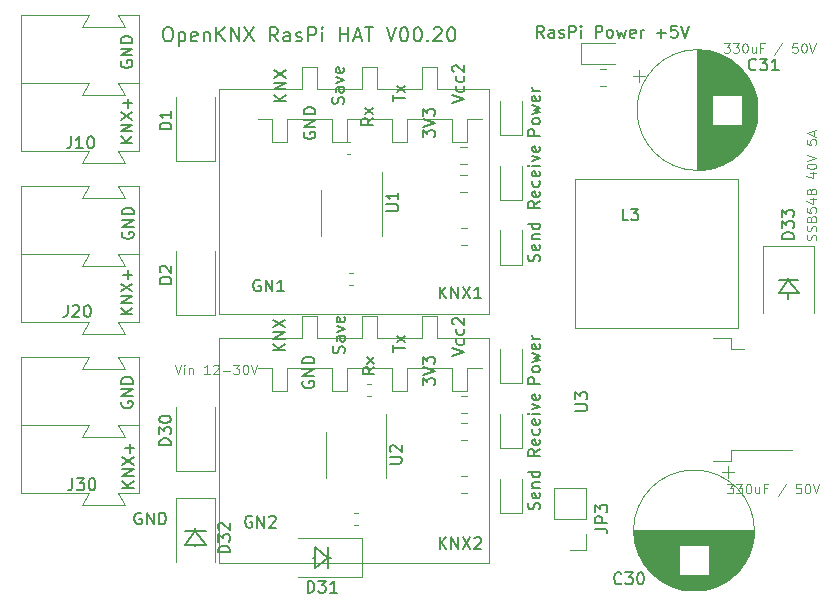
<source format=gbr>
G04 #@! TF.GenerationSoftware,KiCad,Pcbnew,(5.1.4)-1*
G04 #@! TF.CreationDate,2023-01-05T18:52:54+01:00*
G04 #@! TF.ProjectId,RasPi-HAT,52617350-692d-4484-9154-2e6b69636164,V00.20*
G04 #@! TF.SameCoordinates,Original*
G04 #@! TF.FileFunction,Legend,Top*
G04 #@! TF.FilePolarity,Positive*
%FSLAX46Y46*%
G04 Gerber Fmt 4.6, Leading zero omitted, Abs format (unit mm)*
G04 Created by KiCad (PCBNEW (5.1.4)-1) date 2023-01-05 18:52:54*
%MOMM*%
%LPD*%
G04 APERTURE LIST*
%ADD10C,0.150000*%
%ADD11C,0.120000*%
%ADD12C,0.200000*%
%ADD13C,0.100000*%
G04 APERTURE END LIST*
D10*
X85461904Y-89452380D02*
X85461904Y-88452380D01*
X86033333Y-89452380D02*
X85604761Y-88880952D01*
X86033333Y-88452380D02*
X85461904Y-89023809D01*
X86461904Y-89452380D02*
X86461904Y-88452380D01*
X87033333Y-89452380D01*
X87033333Y-88452380D01*
X87414285Y-88452380D02*
X88080952Y-89452380D01*
X88080952Y-88452380D02*
X87414285Y-89452380D01*
X88414285Y-88547619D02*
X88461904Y-88500000D01*
X88557142Y-88452380D01*
X88795238Y-88452380D01*
X88890476Y-88500000D01*
X88938095Y-88547619D01*
X88985714Y-88642857D01*
X88985714Y-88738095D01*
X88938095Y-88880952D01*
X88366666Y-89452380D01*
X88985714Y-89452380D01*
X85461904Y-68252380D02*
X85461904Y-67252380D01*
X86033333Y-68252380D02*
X85604761Y-67680952D01*
X86033333Y-67252380D02*
X85461904Y-67823809D01*
X86461904Y-68252380D02*
X86461904Y-67252380D01*
X87033333Y-68252380D01*
X87033333Y-67252380D01*
X87414285Y-67252380D02*
X88080952Y-68252380D01*
X88080952Y-67252380D02*
X87414285Y-68252380D01*
X88985714Y-68252380D02*
X88414285Y-68252380D01*
X88700000Y-68252380D02*
X88700000Y-67252380D01*
X88604761Y-67395238D01*
X88509523Y-67490476D01*
X88414285Y-67538095D01*
X93952380Y-60023809D02*
X93476190Y-60357142D01*
X93952380Y-60595238D02*
X92952380Y-60595238D01*
X92952380Y-60214285D01*
X93000000Y-60119047D01*
X93047619Y-60071428D01*
X93142857Y-60023809D01*
X93285714Y-60023809D01*
X93380952Y-60071428D01*
X93428571Y-60119047D01*
X93476190Y-60214285D01*
X93476190Y-60595238D01*
X93904761Y-59214285D02*
X93952380Y-59309523D01*
X93952380Y-59500000D01*
X93904761Y-59595238D01*
X93809523Y-59642857D01*
X93428571Y-59642857D01*
X93333333Y-59595238D01*
X93285714Y-59500000D01*
X93285714Y-59309523D01*
X93333333Y-59214285D01*
X93428571Y-59166666D01*
X93523809Y-59166666D01*
X93619047Y-59642857D01*
X93904761Y-58309523D02*
X93952380Y-58404761D01*
X93952380Y-58595238D01*
X93904761Y-58690476D01*
X93857142Y-58738095D01*
X93761904Y-58785714D01*
X93476190Y-58785714D01*
X93380952Y-58738095D01*
X93333333Y-58690476D01*
X93285714Y-58595238D01*
X93285714Y-58404761D01*
X93333333Y-58309523D01*
X93904761Y-57500000D02*
X93952380Y-57595238D01*
X93952380Y-57785714D01*
X93904761Y-57880952D01*
X93809523Y-57928571D01*
X93428571Y-57928571D01*
X93333333Y-57880952D01*
X93285714Y-57785714D01*
X93285714Y-57595238D01*
X93333333Y-57500000D01*
X93428571Y-57452380D01*
X93523809Y-57452380D01*
X93619047Y-57928571D01*
X93952380Y-57023809D02*
X93285714Y-57023809D01*
X92952380Y-57023809D02*
X93000000Y-57071428D01*
X93047619Y-57023809D01*
X93000000Y-56976190D01*
X92952380Y-57023809D01*
X93047619Y-57023809D01*
X93285714Y-56642857D02*
X93952380Y-56404761D01*
X93285714Y-56166666D01*
X93904761Y-55404761D02*
X93952380Y-55500000D01*
X93952380Y-55690476D01*
X93904761Y-55785714D01*
X93809523Y-55833333D01*
X93428571Y-55833333D01*
X93333333Y-55785714D01*
X93285714Y-55690476D01*
X93285714Y-55500000D01*
X93333333Y-55404761D01*
X93428571Y-55357142D01*
X93523809Y-55357142D01*
X93619047Y-55833333D01*
D11*
X63054190Y-73861904D02*
X63320857Y-74661904D01*
X63587523Y-73861904D01*
X63854190Y-74661904D02*
X63854190Y-74128571D01*
X63854190Y-73861904D02*
X63816095Y-73900000D01*
X63854190Y-73938095D01*
X63892285Y-73900000D01*
X63854190Y-73861904D01*
X63854190Y-73938095D01*
X64235142Y-74128571D02*
X64235142Y-74661904D01*
X64235142Y-74204761D02*
X64273238Y-74166666D01*
X64349428Y-74128571D01*
X64463714Y-74128571D01*
X64539904Y-74166666D01*
X64578000Y-74242857D01*
X64578000Y-74661904D01*
X65987523Y-74661904D02*
X65530380Y-74661904D01*
X65758952Y-74661904D02*
X65758952Y-73861904D01*
X65682761Y-73976190D01*
X65606571Y-74052380D01*
X65530380Y-74090476D01*
X66292285Y-73938095D02*
X66330380Y-73900000D01*
X66406571Y-73861904D01*
X66597047Y-73861904D01*
X66673238Y-73900000D01*
X66711333Y-73938095D01*
X66749428Y-74014285D01*
X66749428Y-74090476D01*
X66711333Y-74204761D01*
X66254190Y-74661904D01*
X66749428Y-74661904D01*
X67092285Y-74357142D02*
X67701809Y-74357142D01*
X68006571Y-73861904D02*
X68501809Y-73861904D01*
X68235142Y-74166666D01*
X68349428Y-74166666D01*
X68425619Y-74204761D01*
X68463714Y-74242857D01*
X68501809Y-74319047D01*
X68501809Y-74509523D01*
X68463714Y-74585714D01*
X68425619Y-74623809D01*
X68349428Y-74661904D01*
X68120857Y-74661904D01*
X68044666Y-74623809D01*
X68006571Y-74585714D01*
X68997047Y-73861904D02*
X69073238Y-73861904D01*
X69149428Y-73900000D01*
X69187523Y-73938095D01*
X69225619Y-74014285D01*
X69263714Y-74166666D01*
X69263714Y-74357142D01*
X69225619Y-74509523D01*
X69187523Y-74585714D01*
X69149428Y-74623809D01*
X69073238Y-74661904D01*
X68997047Y-74661904D01*
X68920857Y-74623809D01*
X68882761Y-74585714D01*
X68844666Y-74509523D01*
X68806571Y-74357142D01*
X68806571Y-74166666D01*
X68844666Y-74014285D01*
X68882761Y-73938095D01*
X68920857Y-73900000D01*
X68997047Y-73861904D01*
X69492285Y-73861904D02*
X69758952Y-74661904D01*
X70025619Y-73861904D01*
D10*
X115000000Y-67900000D02*
X115000000Y-68300000D01*
X115000000Y-66700000D02*
X115000000Y-66500000D01*
X114200000Y-66700000D02*
X115800000Y-66700000D01*
X115000000Y-66700000D02*
X114200000Y-67800000D01*
X115900000Y-67800000D02*
X115000000Y-66700000D01*
X114200000Y-67800000D02*
X115900000Y-67800000D01*
X93904761Y-86119047D02*
X93952380Y-85976190D01*
X93952380Y-85738095D01*
X93904761Y-85642857D01*
X93857142Y-85595238D01*
X93761904Y-85547619D01*
X93666666Y-85547619D01*
X93571428Y-85595238D01*
X93523809Y-85642857D01*
X93476190Y-85738095D01*
X93428571Y-85928571D01*
X93380952Y-86023809D01*
X93333333Y-86071428D01*
X93238095Y-86119047D01*
X93142857Y-86119047D01*
X93047619Y-86071428D01*
X93000000Y-86023809D01*
X92952380Y-85928571D01*
X92952380Y-85690476D01*
X93000000Y-85547619D01*
X93904761Y-84738095D02*
X93952380Y-84833333D01*
X93952380Y-85023809D01*
X93904761Y-85119047D01*
X93809523Y-85166666D01*
X93428571Y-85166666D01*
X93333333Y-85119047D01*
X93285714Y-85023809D01*
X93285714Y-84833333D01*
X93333333Y-84738095D01*
X93428571Y-84690476D01*
X93523809Y-84690476D01*
X93619047Y-85166666D01*
X93285714Y-84261904D02*
X93952380Y-84261904D01*
X93380952Y-84261904D02*
X93333333Y-84214285D01*
X93285714Y-84119047D01*
X93285714Y-83976190D01*
X93333333Y-83880952D01*
X93428571Y-83833333D01*
X93952380Y-83833333D01*
X93952380Y-82928571D02*
X92952380Y-82928571D01*
X93904761Y-82928571D02*
X93952380Y-83023809D01*
X93952380Y-83214285D01*
X93904761Y-83309523D01*
X93857142Y-83357142D01*
X93761904Y-83404761D01*
X93476190Y-83404761D01*
X93380952Y-83357142D01*
X93333333Y-83309523D01*
X93285714Y-83214285D01*
X93285714Y-83023809D01*
X93333333Y-82928571D01*
X93952380Y-81023809D02*
X93476190Y-81357142D01*
X93952380Y-81595238D02*
X92952380Y-81595238D01*
X92952380Y-81214285D01*
X93000000Y-81119047D01*
X93047619Y-81071428D01*
X93142857Y-81023809D01*
X93285714Y-81023809D01*
X93380952Y-81071428D01*
X93428571Y-81119047D01*
X93476190Y-81214285D01*
X93476190Y-81595238D01*
X93904761Y-80214285D02*
X93952380Y-80309523D01*
X93952380Y-80500000D01*
X93904761Y-80595238D01*
X93809523Y-80642857D01*
X93428571Y-80642857D01*
X93333333Y-80595238D01*
X93285714Y-80500000D01*
X93285714Y-80309523D01*
X93333333Y-80214285D01*
X93428571Y-80166666D01*
X93523809Y-80166666D01*
X93619047Y-80642857D01*
X93904761Y-79309523D02*
X93952380Y-79404761D01*
X93952380Y-79595238D01*
X93904761Y-79690476D01*
X93857142Y-79738095D01*
X93761904Y-79785714D01*
X93476190Y-79785714D01*
X93380952Y-79738095D01*
X93333333Y-79690476D01*
X93285714Y-79595238D01*
X93285714Y-79404761D01*
X93333333Y-79309523D01*
X93904761Y-78500000D02*
X93952380Y-78595238D01*
X93952380Y-78785714D01*
X93904761Y-78880952D01*
X93809523Y-78928571D01*
X93428571Y-78928571D01*
X93333333Y-78880952D01*
X93285714Y-78785714D01*
X93285714Y-78595238D01*
X93333333Y-78500000D01*
X93428571Y-78452380D01*
X93523809Y-78452380D01*
X93619047Y-78928571D01*
X93952380Y-78023809D02*
X93285714Y-78023809D01*
X92952380Y-78023809D02*
X93000000Y-78071428D01*
X93047619Y-78023809D01*
X93000000Y-77976190D01*
X92952380Y-78023809D01*
X93047619Y-78023809D01*
X93285714Y-77642857D02*
X93952380Y-77404761D01*
X93285714Y-77166666D01*
X93904761Y-76404761D02*
X93952380Y-76500000D01*
X93952380Y-76690476D01*
X93904761Y-76785714D01*
X93809523Y-76833333D01*
X93428571Y-76833333D01*
X93333333Y-76785714D01*
X93285714Y-76690476D01*
X93285714Y-76500000D01*
X93333333Y-76404761D01*
X93428571Y-76357142D01*
X93523809Y-76357142D01*
X93619047Y-76833333D01*
X93952380Y-75476190D02*
X92952380Y-75476190D01*
X92952380Y-75095238D01*
X93000000Y-75000000D01*
X93047619Y-74952380D01*
X93142857Y-74904761D01*
X93285714Y-74904761D01*
X93380952Y-74952380D01*
X93428571Y-75000000D01*
X93476190Y-75095238D01*
X93476190Y-75476190D01*
X93952380Y-74333333D02*
X93904761Y-74428571D01*
X93857142Y-74476190D01*
X93761904Y-74523809D01*
X93476190Y-74523809D01*
X93380952Y-74476190D01*
X93333333Y-74428571D01*
X93285714Y-74333333D01*
X93285714Y-74190476D01*
X93333333Y-74095238D01*
X93380952Y-74047619D01*
X93476190Y-74000000D01*
X93761904Y-74000000D01*
X93857142Y-74047619D01*
X93904761Y-74095238D01*
X93952380Y-74190476D01*
X93952380Y-74333333D01*
X93285714Y-73666666D02*
X93952380Y-73476190D01*
X93476190Y-73285714D01*
X93952380Y-73095238D01*
X93285714Y-72904761D01*
X93904761Y-72142857D02*
X93952380Y-72238095D01*
X93952380Y-72428571D01*
X93904761Y-72523809D01*
X93809523Y-72571428D01*
X93428571Y-72571428D01*
X93333333Y-72523809D01*
X93285714Y-72428571D01*
X93285714Y-72238095D01*
X93333333Y-72142857D01*
X93428571Y-72095238D01*
X93523809Y-72095238D01*
X93619047Y-72571428D01*
X93952380Y-71666666D02*
X93285714Y-71666666D01*
X93476190Y-71666666D02*
X93380952Y-71619047D01*
X93333333Y-71571428D01*
X93285714Y-71476190D01*
X93285714Y-71380952D01*
X93904761Y-65119047D02*
X93952380Y-64976190D01*
X93952380Y-64738095D01*
X93904761Y-64642857D01*
X93857142Y-64595238D01*
X93761904Y-64547619D01*
X93666666Y-64547619D01*
X93571428Y-64595238D01*
X93523809Y-64642857D01*
X93476190Y-64738095D01*
X93428571Y-64928571D01*
X93380952Y-65023809D01*
X93333333Y-65071428D01*
X93238095Y-65119047D01*
X93142857Y-65119047D01*
X93047619Y-65071428D01*
X93000000Y-65023809D01*
X92952380Y-64928571D01*
X92952380Y-64690476D01*
X93000000Y-64547619D01*
X93904761Y-63738095D02*
X93952380Y-63833333D01*
X93952380Y-64023809D01*
X93904761Y-64119047D01*
X93809523Y-64166666D01*
X93428571Y-64166666D01*
X93333333Y-64119047D01*
X93285714Y-64023809D01*
X93285714Y-63833333D01*
X93333333Y-63738095D01*
X93428571Y-63690476D01*
X93523809Y-63690476D01*
X93619047Y-64166666D01*
X93285714Y-63261904D02*
X93952380Y-63261904D01*
X93380952Y-63261904D02*
X93333333Y-63214285D01*
X93285714Y-63119047D01*
X93285714Y-62976190D01*
X93333333Y-62880952D01*
X93428571Y-62833333D01*
X93952380Y-62833333D01*
X93952380Y-61928571D02*
X92952380Y-61928571D01*
X93904761Y-61928571D02*
X93952380Y-62023809D01*
X93952380Y-62214285D01*
X93904761Y-62309523D01*
X93857142Y-62357142D01*
X93761904Y-62404761D01*
X93476190Y-62404761D01*
X93380952Y-62357142D01*
X93333333Y-62309523D01*
X93285714Y-62214285D01*
X93285714Y-62023809D01*
X93333333Y-61928571D01*
X60198095Y-86430000D02*
X60102857Y-86382380D01*
X59960000Y-86382380D01*
X59817142Y-86430000D01*
X59721904Y-86525238D01*
X59674285Y-86620476D01*
X59626666Y-86810952D01*
X59626666Y-86953809D01*
X59674285Y-87144285D01*
X59721904Y-87239523D01*
X59817142Y-87334761D01*
X59960000Y-87382380D01*
X60055238Y-87382380D01*
X60198095Y-87334761D01*
X60245714Y-87287142D01*
X60245714Y-86953809D01*
X60055238Y-86953809D01*
X60674285Y-87382380D02*
X60674285Y-86382380D01*
X61245714Y-87382380D01*
X61245714Y-86382380D01*
X61721904Y-87382380D02*
X61721904Y-86382380D01*
X61960000Y-86382380D01*
X62102857Y-86430000D01*
X62198095Y-86525238D01*
X62245714Y-86620476D01*
X62293333Y-86810952D01*
X62293333Y-86953809D01*
X62245714Y-87144285D01*
X62198095Y-87239523D01*
X62102857Y-87334761D01*
X61960000Y-87382380D01*
X61721904Y-87382380D01*
X76022000Y-90195000D02*
X76276000Y-90195000D01*
X74879000Y-90195000D02*
X74752000Y-90195000D01*
X76022000Y-90195000D02*
X74879000Y-89306000D01*
X76022000Y-90195000D02*
X76022000Y-89306000D01*
X76022000Y-89306000D02*
X76022000Y-91084000D01*
X74879000Y-89306000D02*
X74879000Y-91084000D01*
X74879000Y-91084000D02*
X76022000Y-90195000D01*
D12*
X62344285Y-45292857D02*
X62572857Y-45292857D01*
X62687142Y-45350000D01*
X62801428Y-45464285D01*
X62858571Y-45692857D01*
X62858571Y-46092857D01*
X62801428Y-46321428D01*
X62687142Y-46435714D01*
X62572857Y-46492857D01*
X62344285Y-46492857D01*
X62230000Y-46435714D01*
X62115714Y-46321428D01*
X62058571Y-46092857D01*
X62058571Y-45692857D01*
X62115714Y-45464285D01*
X62230000Y-45350000D01*
X62344285Y-45292857D01*
X63372857Y-45692857D02*
X63372857Y-46892857D01*
X63372857Y-45750000D02*
X63487142Y-45692857D01*
X63715714Y-45692857D01*
X63830000Y-45750000D01*
X63887142Y-45807142D01*
X63944285Y-45921428D01*
X63944285Y-46264285D01*
X63887142Y-46378571D01*
X63830000Y-46435714D01*
X63715714Y-46492857D01*
X63487142Y-46492857D01*
X63372857Y-46435714D01*
X64915714Y-46435714D02*
X64801428Y-46492857D01*
X64572857Y-46492857D01*
X64458571Y-46435714D01*
X64401428Y-46321428D01*
X64401428Y-45864285D01*
X64458571Y-45750000D01*
X64572857Y-45692857D01*
X64801428Y-45692857D01*
X64915714Y-45750000D01*
X64972857Y-45864285D01*
X64972857Y-45978571D01*
X64401428Y-46092857D01*
X65487142Y-45692857D02*
X65487142Y-46492857D01*
X65487142Y-45807142D02*
X65544285Y-45750000D01*
X65658571Y-45692857D01*
X65830000Y-45692857D01*
X65944285Y-45750000D01*
X66001428Y-45864285D01*
X66001428Y-46492857D01*
X66572857Y-46492857D02*
X66572857Y-45292857D01*
X67258571Y-46492857D02*
X66744285Y-45807142D01*
X67258571Y-45292857D02*
X66572857Y-45978571D01*
X67772857Y-46492857D02*
X67772857Y-45292857D01*
X68458571Y-46492857D01*
X68458571Y-45292857D01*
X68915714Y-45292857D02*
X69715714Y-46492857D01*
X69715714Y-45292857D02*
X68915714Y-46492857D01*
X71772857Y-46492857D02*
X71372857Y-45921428D01*
X71087142Y-46492857D02*
X71087142Y-45292857D01*
X71544285Y-45292857D01*
X71658571Y-45350000D01*
X71715714Y-45407142D01*
X71772857Y-45521428D01*
X71772857Y-45692857D01*
X71715714Y-45807142D01*
X71658571Y-45864285D01*
X71544285Y-45921428D01*
X71087142Y-45921428D01*
X72801428Y-46492857D02*
X72801428Y-45864285D01*
X72744285Y-45750000D01*
X72630000Y-45692857D01*
X72401428Y-45692857D01*
X72287142Y-45750000D01*
X72801428Y-46435714D02*
X72687142Y-46492857D01*
X72401428Y-46492857D01*
X72287142Y-46435714D01*
X72230000Y-46321428D01*
X72230000Y-46207142D01*
X72287142Y-46092857D01*
X72401428Y-46035714D01*
X72687142Y-46035714D01*
X72801428Y-45978571D01*
X73315714Y-46435714D02*
X73430000Y-46492857D01*
X73658571Y-46492857D01*
X73772857Y-46435714D01*
X73830000Y-46321428D01*
X73830000Y-46264285D01*
X73772857Y-46150000D01*
X73658571Y-46092857D01*
X73487142Y-46092857D01*
X73372857Y-46035714D01*
X73315714Y-45921428D01*
X73315714Y-45864285D01*
X73372857Y-45750000D01*
X73487142Y-45692857D01*
X73658571Y-45692857D01*
X73772857Y-45750000D01*
X74344285Y-46492857D02*
X74344285Y-45292857D01*
X74801428Y-45292857D01*
X74915714Y-45350000D01*
X74972857Y-45407142D01*
X75030000Y-45521428D01*
X75030000Y-45692857D01*
X74972857Y-45807142D01*
X74915714Y-45864285D01*
X74801428Y-45921428D01*
X74344285Y-45921428D01*
X75544285Y-46492857D02*
X75544285Y-45692857D01*
X75544285Y-45292857D02*
X75487142Y-45350000D01*
X75544285Y-45407142D01*
X75601428Y-45350000D01*
X75544285Y-45292857D01*
X75544285Y-45407142D01*
X77030000Y-46492857D02*
X77030000Y-45292857D01*
X77030000Y-45864285D02*
X77715714Y-45864285D01*
X77715714Y-46492857D02*
X77715714Y-45292857D01*
X78230000Y-46150000D02*
X78801428Y-46150000D01*
X78115714Y-46492857D02*
X78515714Y-45292857D01*
X78915714Y-46492857D01*
X79144285Y-45292857D02*
X79830000Y-45292857D01*
X79487142Y-46492857D02*
X79487142Y-45292857D01*
X80972857Y-45292857D02*
X81372857Y-46492857D01*
X81772857Y-45292857D01*
X82401428Y-45292857D02*
X82515714Y-45292857D01*
X82630000Y-45350000D01*
X82687142Y-45407142D01*
X82744285Y-45521428D01*
X82801428Y-45750000D01*
X82801428Y-46035714D01*
X82744285Y-46264285D01*
X82687142Y-46378571D01*
X82630000Y-46435714D01*
X82515714Y-46492857D01*
X82401428Y-46492857D01*
X82287142Y-46435714D01*
X82230000Y-46378571D01*
X82172857Y-46264285D01*
X82115714Y-46035714D01*
X82115714Y-45750000D01*
X82172857Y-45521428D01*
X82230000Y-45407142D01*
X82287142Y-45350000D01*
X82401428Y-45292857D01*
X83544285Y-45292857D02*
X83658571Y-45292857D01*
X83772857Y-45350000D01*
X83830000Y-45407142D01*
X83887142Y-45521428D01*
X83944285Y-45750000D01*
X83944285Y-46035714D01*
X83887142Y-46264285D01*
X83830000Y-46378571D01*
X83772857Y-46435714D01*
X83658571Y-46492857D01*
X83544285Y-46492857D01*
X83430000Y-46435714D01*
X83372857Y-46378571D01*
X83315714Y-46264285D01*
X83258571Y-46035714D01*
X83258571Y-45750000D01*
X83315714Y-45521428D01*
X83372857Y-45407142D01*
X83430000Y-45350000D01*
X83544285Y-45292857D01*
X84458571Y-46378571D02*
X84515714Y-46435714D01*
X84458571Y-46492857D01*
X84401428Y-46435714D01*
X84458571Y-46378571D01*
X84458571Y-46492857D01*
X84972857Y-45407142D02*
X85030000Y-45350000D01*
X85144285Y-45292857D01*
X85430000Y-45292857D01*
X85544285Y-45350000D01*
X85601428Y-45407142D01*
X85658571Y-45521428D01*
X85658571Y-45635714D01*
X85601428Y-45807142D01*
X84915714Y-46492857D01*
X85658571Y-46492857D01*
X86401428Y-45292857D02*
X86515714Y-45292857D01*
X86629999Y-45350000D01*
X86687142Y-45407142D01*
X86744285Y-45521428D01*
X86801428Y-45750000D01*
X86801428Y-46035714D01*
X86744285Y-46264285D01*
X86687142Y-46378571D01*
X86629999Y-46435714D01*
X86515714Y-46492857D01*
X86401428Y-46492857D01*
X86287142Y-46435714D01*
X86229999Y-46378571D01*
X86172857Y-46264285D01*
X86115714Y-46035714D01*
X86115714Y-45750000D01*
X86172857Y-45521428D01*
X86229999Y-45407142D01*
X86287142Y-45350000D01*
X86401428Y-45292857D01*
D10*
X94290285Y-46172380D02*
X93956952Y-45696190D01*
X93718857Y-46172380D02*
X93718857Y-45172380D01*
X94099809Y-45172380D01*
X94195047Y-45220000D01*
X94242666Y-45267619D01*
X94290285Y-45362857D01*
X94290285Y-45505714D01*
X94242666Y-45600952D01*
X94195047Y-45648571D01*
X94099809Y-45696190D01*
X93718857Y-45696190D01*
X95147428Y-46172380D02*
X95147428Y-45648571D01*
X95099809Y-45553333D01*
X95004571Y-45505714D01*
X94814095Y-45505714D01*
X94718857Y-45553333D01*
X95147428Y-46124761D02*
X95052190Y-46172380D01*
X94814095Y-46172380D01*
X94718857Y-46124761D01*
X94671238Y-46029523D01*
X94671238Y-45934285D01*
X94718857Y-45839047D01*
X94814095Y-45791428D01*
X95052190Y-45791428D01*
X95147428Y-45743809D01*
X95576000Y-46124761D02*
X95671238Y-46172380D01*
X95861714Y-46172380D01*
X95956952Y-46124761D01*
X96004571Y-46029523D01*
X96004571Y-45981904D01*
X95956952Y-45886666D01*
X95861714Y-45839047D01*
X95718857Y-45839047D01*
X95623619Y-45791428D01*
X95576000Y-45696190D01*
X95576000Y-45648571D01*
X95623619Y-45553333D01*
X95718857Y-45505714D01*
X95861714Y-45505714D01*
X95956952Y-45553333D01*
X96433142Y-46172380D02*
X96433142Y-45172380D01*
X96814095Y-45172380D01*
X96909333Y-45220000D01*
X96956952Y-45267619D01*
X97004571Y-45362857D01*
X97004571Y-45505714D01*
X96956952Y-45600952D01*
X96909333Y-45648571D01*
X96814095Y-45696190D01*
X96433142Y-45696190D01*
X97433142Y-46172380D02*
X97433142Y-45505714D01*
X97433142Y-45172380D02*
X97385523Y-45220000D01*
X97433142Y-45267619D01*
X97480761Y-45220000D01*
X97433142Y-45172380D01*
X97433142Y-45267619D01*
X98671238Y-46172380D02*
X98671238Y-45172380D01*
X99052190Y-45172380D01*
X99147428Y-45220000D01*
X99195047Y-45267619D01*
X99242666Y-45362857D01*
X99242666Y-45505714D01*
X99195047Y-45600952D01*
X99147428Y-45648571D01*
X99052190Y-45696190D01*
X98671238Y-45696190D01*
X99814095Y-46172380D02*
X99718857Y-46124761D01*
X99671238Y-46077142D01*
X99623619Y-45981904D01*
X99623619Y-45696190D01*
X99671238Y-45600952D01*
X99718857Y-45553333D01*
X99814095Y-45505714D01*
X99956952Y-45505714D01*
X100052190Y-45553333D01*
X100099809Y-45600952D01*
X100147428Y-45696190D01*
X100147428Y-45981904D01*
X100099809Y-46077142D01*
X100052190Y-46124761D01*
X99956952Y-46172380D01*
X99814095Y-46172380D01*
X100480761Y-45505714D02*
X100671238Y-46172380D01*
X100861714Y-45696190D01*
X101052190Y-46172380D01*
X101242666Y-45505714D01*
X102004571Y-46124761D02*
X101909333Y-46172380D01*
X101718857Y-46172380D01*
X101623619Y-46124761D01*
X101576000Y-46029523D01*
X101576000Y-45648571D01*
X101623619Y-45553333D01*
X101718857Y-45505714D01*
X101909333Y-45505714D01*
X102004571Y-45553333D01*
X102052190Y-45648571D01*
X102052190Y-45743809D01*
X101576000Y-45839047D01*
X102480761Y-46172380D02*
X102480761Y-45505714D01*
X102480761Y-45696190D02*
X102528380Y-45600952D01*
X102576000Y-45553333D01*
X102671238Y-45505714D01*
X102766476Y-45505714D01*
X103861714Y-45791428D02*
X104623619Y-45791428D01*
X104242666Y-46172380D02*
X104242666Y-45410476D01*
X105576000Y-45172380D02*
X105099809Y-45172380D01*
X105052190Y-45648571D01*
X105099809Y-45600952D01*
X105195047Y-45553333D01*
X105433142Y-45553333D01*
X105528380Y-45600952D01*
X105576000Y-45648571D01*
X105623619Y-45743809D01*
X105623619Y-45981904D01*
X105576000Y-46077142D01*
X105528380Y-46124761D01*
X105433142Y-46172380D01*
X105195047Y-46172380D01*
X105099809Y-46124761D01*
X105052190Y-46077142D01*
X105909333Y-45172380D02*
X106242666Y-46172380D01*
X106576000Y-45172380D01*
X93952380Y-54476190D02*
X92952380Y-54476190D01*
X92952380Y-54095238D01*
X93000000Y-54000000D01*
X93047619Y-53952380D01*
X93142857Y-53904761D01*
X93285714Y-53904761D01*
X93380952Y-53952380D01*
X93428571Y-54000000D01*
X93476190Y-54095238D01*
X93476190Y-54476190D01*
X93952380Y-53333333D02*
X93904761Y-53428571D01*
X93857142Y-53476190D01*
X93761904Y-53523809D01*
X93476190Y-53523809D01*
X93380952Y-53476190D01*
X93333333Y-53428571D01*
X93285714Y-53333333D01*
X93285714Y-53190476D01*
X93333333Y-53095238D01*
X93380952Y-53047619D01*
X93476190Y-53000000D01*
X93761904Y-53000000D01*
X93857142Y-53047619D01*
X93904761Y-53095238D01*
X93952380Y-53190476D01*
X93952380Y-53333333D01*
X93285714Y-52666666D02*
X93952380Y-52476190D01*
X93476190Y-52285714D01*
X93952380Y-52095238D01*
X93285714Y-51904761D01*
X93904761Y-51142857D02*
X93952380Y-51238095D01*
X93952380Y-51428571D01*
X93904761Y-51523809D01*
X93809523Y-51571428D01*
X93428571Y-51571428D01*
X93333333Y-51523809D01*
X93285714Y-51428571D01*
X93285714Y-51238095D01*
X93333333Y-51142857D01*
X93428571Y-51095238D01*
X93523809Y-51095238D01*
X93619047Y-51571428D01*
X93952380Y-50666666D02*
X93285714Y-50666666D01*
X93476190Y-50666666D02*
X93380952Y-50619047D01*
X93333333Y-50571428D01*
X93285714Y-50476190D01*
X93285714Y-50380952D01*
X64788000Y-89129000D02*
X64788000Y-89256000D01*
X64788000Y-87986000D02*
X64788000Y-87732000D01*
X63899000Y-87986000D02*
X65677000Y-87986000D01*
X64788000Y-87986000D02*
X63899000Y-87986000D01*
X64788000Y-87986000D02*
X63899000Y-89129000D01*
X65677000Y-89129000D02*
X64788000Y-87986000D01*
X63899000Y-89129000D02*
X65677000Y-89129000D01*
D11*
X66420000Y-85140000D02*
X66420000Y-90540000D01*
X63120000Y-85140000D02*
X63120000Y-90540000D01*
X66420000Y-85140000D02*
X63120000Y-85140000D01*
X78910000Y-91860000D02*
X73510000Y-91860000D01*
X78910000Y-88560000D02*
X73510000Y-88560000D01*
X78910000Y-91860000D02*
X78910000Y-88560000D01*
X63120000Y-82862000D02*
X63120000Y-77462000D01*
X66420000Y-82862000D02*
X66420000Y-77462000D01*
X63120000Y-82862000D02*
X66420000Y-82862000D01*
X63150000Y-69654000D02*
X63150000Y-64254000D01*
X66450000Y-69654000D02*
X66450000Y-64254000D01*
X63150000Y-69654000D02*
X66450000Y-69654000D01*
X63150000Y-56600000D02*
X63150000Y-51200000D01*
X66450000Y-56600000D02*
X66450000Y-51200000D01*
X63150000Y-56600000D02*
X66450000Y-56600000D01*
X58825000Y-85750000D02*
X55175000Y-85750000D01*
X58825000Y-80000000D02*
X55175000Y-80000000D01*
X58825000Y-74250000D02*
X55175000Y-74250000D01*
X58225000Y-84750000D02*
X60000000Y-84750000D01*
X55775000Y-84750000D02*
X50000000Y-84750000D01*
X55775000Y-84750000D02*
X55175000Y-85750000D01*
X58225000Y-84750000D02*
X58825000Y-85750000D01*
X55775000Y-79000000D02*
X55175000Y-80000000D01*
X55775000Y-79000000D02*
X50000000Y-79000000D01*
X58225000Y-79000000D02*
X60000000Y-79000000D01*
X58225000Y-79000000D02*
X58825000Y-80000000D01*
X55775000Y-73250000D02*
X55175000Y-74250000D01*
X58825000Y-74250000D02*
X58225000Y-73250000D01*
X55775000Y-73250000D02*
X50000000Y-73250000D01*
X60000000Y-73250000D02*
X58225000Y-73250000D01*
X50000000Y-73250000D02*
X50000000Y-84750000D01*
X60000000Y-73250000D02*
X60000000Y-84750000D01*
X58825000Y-71250000D02*
X55175000Y-71250000D01*
X58825000Y-65500000D02*
X55175000Y-65500000D01*
X58825000Y-59750000D02*
X55175000Y-59750000D01*
X58225000Y-70250000D02*
X60000000Y-70250000D01*
X55775000Y-70250000D02*
X50000000Y-70250000D01*
X55775000Y-70250000D02*
X55175000Y-71250000D01*
X58225000Y-70250000D02*
X58825000Y-71250000D01*
X55775000Y-64500000D02*
X55175000Y-65500000D01*
X55775000Y-64500000D02*
X50000000Y-64500000D01*
X58225000Y-64500000D02*
X60000000Y-64500000D01*
X58225000Y-64500000D02*
X58825000Y-65500000D01*
X55775000Y-58750000D02*
X55175000Y-59750000D01*
X58825000Y-59750000D02*
X58225000Y-58750000D01*
X55775000Y-58750000D02*
X50000000Y-58750000D01*
X60000000Y-58750000D02*
X58225000Y-58750000D01*
X50000000Y-58750000D02*
X50000000Y-70250000D01*
X60000000Y-58750000D02*
X60000000Y-70250000D01*
X58825000Y-56750000D02*
X55175000Y-56750000D01*
X58825000Y-51000000D02*
X55175000Y-51000000D01*
X58825000Y-45250000D02*
X55175000Y-45250000D01*
X58225000Y-55750000D02*
X60000000Y-55750000D01*
X55775000Y-55750000D02*
X50000000Y-55750000D01*
X55775000Y-55750000D02*
X55175000Y-56750000D01*
X58225000Y-55750000D02*
X58825000Y-56750000D01*
X55775000Y-50000000D02*
X55175000Y-51000000D01*
X55775000Y-50000000D02*
X50000000Y-50000000D01*
X58225000Y-50000000D02*
X60000000Y-50000000D01*
X58225000Y-50000000D02*
X58825000Y-51000000D01*
X55775000Y-44250000D02*
X55175000Y-45250000D01*
X58825000Y-45250000D02*
X58225000Y-44250000D01*
X55775000Y-44250000D02*
X50000000Y-44250000D01*
X60000000Y-44250000D02*
X58225000Y-44250000D01*
X50000000Y-44250000D02*
X50000000Y-55750000D01*
X60000000Y-44250000D02*
X60000000Y-55750000D01*
X85217000Y-71628000D02*
X89662000Y-71628000D01*
X85217000Y-69723000D02*
X85217000Y-71628000D01*
X83947000Y-69723000D02*
X85217000Y-69723000D01*
X83947000Y-71628000D02*
X83947000Y-69723000D01*
X80137000Y-71628000D02*
X83947000Y-71628000D01*
X80137000Y-69723000D02*
X80137000Y-71628000D01*
X78867000Y-69723000D02*
X80137000Y-69723000D01*
X78867000Y-71628000D02*
X78867000Y-69723000D01*
X75057000Y-71628000D02*
X78867000Y-71628000D01*
X75057000Y-69723000D02*
X75057000Y-71628000D01*
X73787000Y-69723000D02*
X75057000Y-69723000D01*
X73787000Y-71628000D02*
X73787000Y-69723000D01*
X66802000Y-71628000D02*
X73787000Y-71628000D01*
X87757000Y-74168000D02*
X89027000Y-74168000D01*
X87757000Y-76073000D02*
X87757000Y-74168000D01*
X86487000Y-76073000D02*
X87757000Y-76073000D01*
X86487000Y-74168000D02*
X86487000Y-76073000D01*
X82677000Y-74168000D02*
X86487000Y-74168000D01*
X82677000Y-76073000D02*
X82677000Y-74168000D01*
X81407000Y-76073000D02*
X82677000Y-76073000D01*
X81407000Y-74168000D02*
X81407000Y-76073000D01*
X77597000Y-74168000D02*
X81407000Y-74168000D01*
X77597000Y-76073000D02*
X77597000Y-74168000D01*
X76327000Y-76073000D02*
X77597000Y-76073000D01*
X76327000Y-74168000D02*
X76327000Y-76073000D01*
X72517000Y-74168000D02*
X76327000Y-74168000D01*
X72517000Y-76073000D02*
X72517000Y-74168000D01*
X71247000Y-76073000D02*
X72517000Y-76073000D01*
X71247000Y-74168000D02*
X71247000Y-76073000D01*
X70104000Y-74168000D02*
X71247000Y-74168000D01*
X66802000Y-90678000D02*
X89662000Y-90678000D01*
X89662000Y-71628000D02*
X89662000Y-90678000D01*
X66802000Y-90678000D02*
X66802000Y-88773000D01*
X66802000Y-71628000D02*
X66802000Y-89408000D01*
X85217000Y-50546000D02*
X89662000Y-50546000D01*
X85217000Y-48641000D02*
X85217000Y-50546000D01*
X83947000Y-48641000D02*
X85217000Y-48641000D01*
X83947000Y-50546000D02*
X83947000Y-48641000D01*
X80137000Y-50546000D02*
X83947000Y-50546000D01*
X80137000Y-48641000D02*
X80137000Y-50546000D01*
X78867000Y-48641000D02*
X80137000Y-48641000D01*
X78867000Y-50546000D02*
X78867000Y-48641000D01*
X75057000Y-50546000D02*
X78867000Y-50546000D01*
X75057000Y-48641000D02*
X75057000Y-50546000D01*
X73787000Y-48641000D02*
X75057000Y-48641000D01*
X73787000Y-50546000D02*
X73787000Y-48641000D01*
X66802000Y-50546000D02*
X73787000Y-50546000D01*
X87757000Y-53086000D02*
X89027000Y-53086000D01*
X87757000Y-54991000D02*
X87757000Y-53086000D01*
X86487000Y-54991000D02*
X87757000Y-54991000D01*
X86487000Y-53086000D02*
X86487000Y-54991000D01*
X82677000Y-53086000D02*
X86487000Y-53086000D01*
X82677000Y-54991000D02*
X82677000Y-53086000D01*
X81407000Y-54991000D02*
X82677000Y-54991000D01*
X81407000Y-53086000D02*
X81407000Y-54991000D01*
X77597000Y-53086000D02*
X81407000Y-53086000D01*
X77597000Y-54991000D02*
X77597000Y-53086000D01*
X76327000Y-54991000D02*
X77597000Y-54991000D01*
X76327000Y-53086000D02*
X76327000Y-54991000D01*
X72517000Y-53086000D02*
X76327000Y-53086000D01*
X72517000Y-54991000D02*
X72517000Y-53086000D01*
X71247000Y-54991000D02*
X72517000Y-54991000D01*
X71247000Y-53086000D02*
X71247000Y-54991000D01*
X70104000Y-53086000D02*
X71247000Y-53086000D01*
X66802000Y-69596000D02*
X89662000Y-69596000D01*
X89662000Y-50546000D02*
X89662000Y-69596000D01*
X66802000Y-69596000D02*
X66802000Y-67691000D01*
X66802000Y-50546000D02*
X66802000Y-68326000D01*
X79337221Y-76510000D02*
X79662779Y-76510000D01*
X79337221Y-75490000D02*
X79662779Y-75490000D01*
X110750000Y-70738000D02*
X110750000Y-58138000D01*
X96950000Y-70738000D02*
X96950000Y-58138000D01*
X96950000Y-58138000D02*
X110750000Y-58138000D01*
X110750000Y-70738000D02*
X96950000Y-70738000D01*
X99061748Y-50240000D02*
X99584252Y-50240000D01*
X99061748Y-48820000D02*
X99584252Y-48820000D01*
X87238748Y-84710000D02*
X87761252Y-84710000D01*
X87238748Y-83290000D02*
X87761252Y-83290000D01*
X87238748Y-80210000D02*
X87761252Y-80210000D01*
X87238748Y-78790000D02*
X87761252Y-78790000D01*
X87238748Y-77960000D02*
X87761252Y-77960000D01*
X87238748Y-76540000D02*
X87761252Y-76540000D01*
X87238748Y-63710000D02*
X87761252Y-63710000D01*
X87238748Y-62290000D02*
X87761252Y-62290000D01*
X87226248Y-59210000D02*
X87748752Y-59210000D01*
X87226248Y-57790000D02*
X87748752Y-57790000D01*
X87226248Y-56844000D02*
X87748752Y-56844000D01*
X87226248Y-55424000D02*
X87748752Y-55424000D01*
X97429000Y-48408000D02*
X100314000Y-48408000D01*
X97429000Y-46588000D02*
X97429000Y-48408000D01*
X100314000Y-46588000D02*
X97429000Y-46588000D01*
X92410000Y-86385000D02*
X92410000Y-83500000D01*
X90590000Y-86385000D02*
X92410000Y-86385000D01*
X90590000Y-83500000D02*
X90590000Y-86385000D01*
X92410000Y-80885000D02*
X92410000Y-78000000D01*
X90590000Y-80885000D02*
X92410000Y-80885000D01*
X90590000Y-78000000D02*
X90590000Y-80885000D01*
X92410000Y-75385000D02*
X92410000Y-72500000D01*
X90590000Y-75385000D02*
X92410000Y-75385000D01*
X90590000Y-72500000D02*
X90590000Y-75385000D01*
X92410000Y-65385000D02*
X92410000Y-62500000D01*
X90590000Y-65385000D02*
X92410000Y-65385000D01*
X90590000Y-62500000D02*
X90590000Y-65385000D01*
X92410000Y-59885000D02*
X92410000Y-57000000D01*
X90590000Y-59885000D02*
X92410000Y-59885000D01*
X90590000Y-57000000D02*
X90590000Y-59885000D01*
X92410000Y-54385000D02*
X92410000Y-51500000D01*
X90590000Y-54385000D02*
X92410000Y-54385000D01*
X90590000Y-51500000D02*
X90590000Y-54385000D01*
X78249721Y-87460000D02*
X78575279Y-87460000D01*
X78249721Y-86440000D02*
X78575279Y-86440000D01*
X77837221Y-67110000D02*
X78162779Y-67110000D01*
X77837221Y-66090000D02*
X78162779Y-66090000D01*
X77587221Y-56010000D02*
X77912779Y-56010000D01*
X77587221Y-54990000D02*
X77912779Y-54990000D01*
X102320354Y-48925000D02*
X102320354Y-49925000D01*
X101820354Y-49425000D02*
X102820354Y-49425000D01*
X112381000Y-51701000D02*
X112381000Y-52899000D01*
X112341000Y-51438000D02*
X112341000Y-53162000D01*
X112301000Y-51238000D02*
X112301000Y-53362000D01*
X112261000Y-51070000D02*
X112261000Y-53530000D01*
X112221000Y-50922000D02*
X112221000Y-53678000D01*
X112181000Y-50790000D02*
X112181000Y-53810000D01*
X112141000Y-50670000D02*
X112141000Y-53930000D01*
X112101000Y-50558000D02*
X112101000Y-54042000D01*
X112061000Y-50454000D02*
X112061000Y-54146000D01*
X112021000Y-50356000D02*
X112021000Y-54244000D01*
X111981000Y-50263000D02*
X111981000Y-54337000D01*
X111941000Y-50175000D02*
X111941000Y-54425000D01*
X111901000Y-50091000D02*
X111901000Y-54509000D01*
X111861000Y-50011000D02*
X111861000Y-54589000D01*
X111821000Y-49935000D02*
X111821000Y-54665000D01*
X111781000Y-49861000D02*
X111781000Y-54739000D01*
X111741000Y-49790000D02*
X111741000Y-54810000D01*
X111701000Y-49721000D02*
X111701000Y-54879000D01*
X111661000Y-49655000D02*
X111661000Y-54945000D01*
X111621000Y-49591000D02*
X111621000Y-55009000D01*
X111581000Y-49530000D02*
X111581000Y-55070000D01*
X111541000Y-49470000D02*
X111541000Y-55130000D01*
X111501000Y-49411000D02*
X111501000Y-55189000D01*
X111461000Y-49355000D02*
X111461000Y-55245000D01*
X111421000Y-49300000D02*
X111421000Y-55300000D01*
X111381000Y-49246000D02*
X111381000Y-55354000D01*
X111341000Y-49194000D02*
X111341000Y-55406000D01*
X111301000Y-49144000D02*
X111301000Y-55456000D01*
X111261000Y-49094000D02*
X111261000Y-55506000D01*
X111221000Y-49046000D02*
X111221000Y-55554000D01*
X111181000Y-48999000D02*
X111181000Y-55601000D01*
X111141000Y-48953000D02*
X111141000Y-55647000D01*
X111101000Y-48908000D02*
X111101000Y-55692000D01*
X111061000Y-48864000D02*
X111061000Y-55736000D01*
X111021000Y-53541000D02*
X111021000Y-55778000D01*
X111021000Y-48822000D02*
X111021000Y-51059000D01*
X110981000Y-53541000D02*
X110981000Y-55820000D01*
X110981000Y-48780000D02*
X110981000Y-51059000D01*
X110941000Y-53541000D02*
X110941000Y-55861000D01*
X110941000Y-48739000D02*
X110941000Y-51059000D01*
X110901000Y-53541000D02*
X110901000Y-55901000D01*
X110901000Y-48699000D02*
X110901000Y-51059000D01*
X110861000Y-53541000D02*
X110861000Y-55940000D01*
X110861000Y-48660000D02*
X110861000Y-51059000D01*
X110821000Y-53541000D02*
X110821000Y-55979000D01*
X110821000Y-48621000D02*
X110821000Y-51059000D01*
X110781000Y-53541000D02*
X110781000Y-56016000D01*
X110781000Y-48584000D02*
X110781000Y-51059000D01*
X110741000Y-53541000D02*
X110741000Y-56053000D01*
X110741000Y-48547000D02*
X110741000Y-51059000D01*
X110701000Y-53541000D02*
X110701000Y-56089000D01*
X110701000Y-48511000D02*
X110701000Y-51059000D01*
X110661000Y-53541000D02*
X110661000Y-56124000D01*
X110661000Y-48476000D02*
X110661000Y-51059000D01*
X110621000Y-53541000D02*
X110621000Y-56158000D01*
X110621000Y-48442000D02*
X110621000Y-51059000D01*
X110581000Y-53541000D02*
X110581000Y-56192000D01*
X110581000Y-48408000D02*
X110581000Y-51059000D01*
X110541000Y-53541000D02*
X110541000Y-56225000D01*
X110541000Y-48375000D02*
X110541000Y-51059000D01*
X110501000Y-53541000D02*
X110501000Y-56257000D01*
X110501000Y-48343000D02*
X110501000Y-51059000D01*
X110461000Y-53541000D02*
X110461000Y-56289000D01*
X110461000Y-48311000D02*
X110461000Y-51059000D01*
X110421000Y-53541000D02*
X110421000Y-56320000D01*
X110421000Y-48280000D02*
X110421000Y-51059000D01*
X110381000Y-53541000D02*
X110381000Y-56350000D01*
X110381000Y-48250000D02*
X110381000Y-51059000D01*
X110341000Y-53541000D02*
X110341000Y-56380000D01*
X110341000Y-48220000D02*
X110341000Y-51059000D01*
X110301000Y-53541000D02*
X110301000Y-56410000D01*
X110301000Y-48190000D02*
X110301000Y-51059000D01*
X110261000Y-53541000D02*
X110261000Y-56438000D01*
X110261000Y-48162000D02*
X110261000Y-51059000D01*
X110221000Y-53541000D02*
X110221000Y-56466000D01*
X110221000Y-48134000D02*
X110221000Y-51059000D01*
X110181000Y-53541000D02*
X110181000Y-56494000D01*
X110181000Y-48106000D02*
X110181000Y-51059000D01*
X110141000Y-53541000D02*
X110141000Y-56521000D01*
X110141000Y-48079000D02*
X110141000Y-51059000D01*
X110101000Y-53541000D02*
X110101000Y-56547000D01*
X110101000Y-48053000D02*
X110101000Y-51059000D01*
X110061000Y-53541000D02*
X110061000Y-56573000D01*
X110061000Y-48027000D02*
X110061000Y-51059000D01*
X110021000Y-53541000D02*
X110021000Y-56598000D01*
X110021000Y-48002000D02*
X110021000Y-51059000D01*
X109981000Y-53541000D02*
X109981000Y-56623000D01*
X109981000Y-47977000D02*
X109981000Y-51059000D01*
X109941000Y-53541000D02*
X109941000Y-56647000D01*
X109941000Y-47953000D02*
X109941000Y-51059000D01*
X109901000Y-53541000D02*
X109901000Y-56671000D01*
X109901000Y-47929000D02*
X109901000Y-51059000D01*
X109861000Y-53541000D02*
X109861000Y-56695000D01*
X109861000Y-47905000D02*
X109861000Y-51059000D01*
X109821000Y-53541000D02*
X109821000Y-56717000D01*
X109821000Y-47883000D02*
X109821000Y-51059000D01*
X109781000Y-53541000D02*
X109781000Y-56740000D01*
X109781000Y-47860000D02*
X109781000Y-51059000D01*
X109741000Y-53541000D02*
X109741000Y-56762000D01*
X109741000Y-47838000D02*
X109741000Y-51059000D01*
X109701000Y-53541000D02*
X109701000Y-56783000D01*
X109701000Y-47817000D02*
X109701000Y-51059000D01*
X109661000Y-53541000D02*
X109661000Y-56804000D01*
X109661000Y-47796000D02*
X109661000Y-51059000D01*
X109621000Y-53541000D02*
X109621000Y-56825000D01*
X109621000Y-47775000D02*
X109621000Y-51059000D01*
X109581000Y-53541000D02*
X109581000Y-56845000D01*
X109581000Y-47755000D02*
X109581000Y-51059000D01*
X109541000Y-53541000D02*
X109541000Y-56864000D01*
X109541000Y-47736000D02*
X109541000Y-51059000D01*
X109501000Y-53541000D02*
X109501000Y-56884000D01*
X109501000Y-47716000D02*
X109501000Y-51059000D01*
X109461000Y-53541000D02*
X109461000Y-56903000D01*
X109461000Y-47697000D02*
X109461000Y-51059000D01*
X109421000Y-53541000D02*
X109421000Y-56921000D01*
X109421000Y-47679000D02*
X109421000Y-51059000D01*
X109381000Y-53541000D02*
X109381000Y-56939000D01*
X109381000Y-47661000D02*
X109381000Y-51059000D01*
X109341000Y-53541000D02*
X109341000Y-56957000D01*
X109341000Y-47643000D02*
X109341000Y-51059000D01*
X109301000Y-53541000D02*
X109301000Y-56974000D01*
X109301000Y-47626000D02*
X109301000Y-51059000D01*
X109261000Y-53541000D02*
X109261000Y-56990000D01*
X109261000Y-47610000D02*
X109261000Y-51059000D01*
X109221000Y-53541000D02*
X109221000Y-57007000D01*
X109221000Y-47593000D02*
X109221000Y-51059000D01*
X109181000Y-53541000D02*
X109181000Y-57023000D01*
X109181000Y-47577000D02*
X109181000Y-51059000D01*
X109141000Y-53541000D02*
X109141000Y-57038000D01*
X109141000Y-47562000D02*
X109141000Y-51059000D01*
X109101000Y-53541000D02*
X109101000Y-57054000D01*
X109101000Y-47546000D02*
X109101000Y-51059000D01*
X109061000Y-53541000D02*
X109061000Y-57068000D01*
X109061000Y-47532000D02*
X109061000Y-51059000D01*
X109021000Y-53541000D02*
X109021000Y-57083000D01*
X109021000Y-47517000D02*
X109021000Y-51059000D01*
X108981000Y-53541000D02*
X108981000Y-57097000D01*
X108981000Y-47503000D02*
X108981000Y-51059000D01*
X108941000Y-53541000D02*
X108941000Y-57111000D01*
X108941000Y-47489000D02*
X108941000Y-51059000D01*
X108901000Y-53541000D02*
X108901000Y-57124000D01*
X108901000Y-47476000D02*
X108901000Y-51059000D01*
X108861000Y-53541000D02*
X108861000Y-57137000D01*
X108861000Y-47463000D02*
X108861000Y-51059000D01*
X108821000Y-53541000D02*
X108821000Y-57150000D01*
X108821000Y-47450000D02*
X108821000Y-51059000D01*
X108781000Y-53541000D02*
X108781000Y-57162000D01*
X108781000Y-47438000D02*
X108781000Y-51059000D01*
X108741000Y-53541000D02*
X108741000Y-57174000D01*
X108741000Y-47426000D02*
X108741000Y-51059000D01*
X108701000Y-53541000D02*
X108701000Y-57185000D01*
X108701000Y-47415000D02*
X108701000Y-51059000D01*
X108661000Y-53541000D02*
X108661000Y-57197000D01*
X108661000Y-47403000D02*
X108661000Y-51059000D01*
X108621000Y-53541000D02*
X108621000Y-57207000D01*
X108621000Y-47393000D02*
X108621000Y-51059000D01*
X108581000Y-53541000D02*
X108581000Y-57218000D01*
X108581000Y-47382000D02*
X108581000Y-51059000D01*
X108541000Y-47372000D02*
X108541000Y-57228000D01*
X108501000Y-47362000D02*
X108501000Y-57238000D01*
X108461000Y-47353000D02*
X108461000Y-57247000D01*
X108421000Y-47344000D02*
X108421000Y-57256000D01*
X108381000Y-47335000D02*
X108381000Y-57265000D01*
X108341000Y-47326000D02*
X108341000Y-57274000D01*
X108301000Y-47318000D02*
X108301000Y-57282000D01*
X108261000Y-47310000D02*
X108261000Y-57290000D01*
X108221000Y-47303000D02*
X108221000Y-57297000D01*
X108181000Y-47296000D02*
X108181000Y-57304000D01*
X108141000Y-47289000D02*
X108141000Y-57311000D01*
X108101000Y-47282000D02*
X108101000Y-57318000D01*
X108061000Y-47276000D02*
X108061000Y-57324000D01*
X108021000Y-47270000D02*
X108021000Y-57330000D01*
X107980000Y-47265000D02*
X107980000Y-57335000D01*
X107940000Y-47260000D02*
X107940000Y-57340000D01*
X107900000Y-47255000D02*
X107900000Y-57345000D01*
X107860000Y-47250000D02*
X107860000Y-57350000D01*
X107820000Y-47246000D02*
X107820000Y-57354000D01*
X107780000Y-47242000D02*
X107780000Y-57358000D01*
X107740000Y-47238000D02*
X107740000Y-57362000D01*
X107700000Y-47235000D02*
X107700000Y-57365000D01*
X107660000Y-47232000D02*
X107660000Y-57368000D01*
X107620000Y-47230000D02*
X107620000Y-57370000D01*
X107580000Y-47227000D02*
X107580000Y-57373000D01*
X107540000Y-47225000D02*
X107540000Y-57375000D01*
X107500000Y-47223000D02*
X107500000Y-57377000D01*
X107460000Y-47222000D02*
X107460000Y-57378000D01*
X107420000Y-47221000D02*
X107420000Y-57379000D01*
X107380000Y-47220000D02*
X107380000Y-57380000D01*
X107340000Y-47220000D02*
X107340000Y-57380000D01*
X107300000Y-47220000D02*
X107300000Y-57380000D01*
X112420000Y-52300000D02*
G75*
G03X112420000Y-52300000I-5120000J0D01*
G01*
X110375000Y-82920354D02*
X109375000Y-82920354D01*
X109875000Y-82420354D02*
X109875000Y-83420354D01*
X107599000Y-92981000D02*
X106401000Y-92981000D01*
X107862000Y-92941000D02*
X106138000Y-92941000D01*
X108062000Y-92901000D02*
X105938000Y-92901000D01*
X108230000Y-92861000D02*
X105770000Y-92861000D01*
X108378000Y-92821000D02*
X105622000Y-92821000D01*
X108510000Y-92781000D02*
X105490000Y-92781000D01*
X108630000Y-92741000D02*
X105370000Y-92741000D01*
X108742000Y-92701000D02*
X105258000Y-92701000D01*
X108846000Y-92661000D02*
X105154000Y-92661000D01*
X108944000Y-92621000D02*
X105056000Y-92621000D01*
X109037000Y-92581000D02*
X104963000Y-92581000D01*
X109125000Y-92541000D02*
X104875000Y-92541000D01*
X109209000Y-92501000D02*
X104791000Y-92501000D01*
X109289000Y-92461000D02*
X104711000Y-92461000D01*
X109365000Y-92421000D02*
X104635000Y-92421000D01*
X109439000Y-92381000D02*
X104561000Y-92381000D01*
X109510000Y-92341000D02*
X104490000Y-92341000D01*
X109579000Y-92301000D02*
X104421000Y-92301000D01*
X109645000Y-92261000D02*
X104355000Y-92261000D01*
X109709000Y-92221000D02*
X104291000Y-92221000D01*
X109770000Y-92181000D02*
X104230000Y-92181000D01*
X109830000Y-92141000D02*
X104170000Y-92141000D01*
X109889000Y-92101000D02*
X104111000Y-92101000D01*
X109945000Y-92061000D02*
X104055000Y-92061000D01*
X110000000Y-92021000D02*
X104000000Y-92021000D01*
X110054000Y-91981000D02*
X103946000Y-91981000D01*
X110106000Y-91941000D02*
X103894000Y-91941000D01*
X110156000Y-91901000D02*
X103844000Y-91901000D01*
X110206000Y-91861000D02*
X103794000Y-91861000D01*
X110254000Y-91821000D02*
X103746000Y-91821000D01*
X110301000Y-91781000D02*
X103699000Y-91781000D01*
X110347000Y-91741000D02*
X103653000Y-91741000D01*
X110392000Y-91701000D02*
X103608000Y-91701000D01*
X110436000Y-91661000D02*
X103564000Y-91661000D01*
X105759000Y-91621000D02*
X103522000Y-91621000D01*
X110478000Y-91621000D02*
X108241000Y-91621000D01*
X105759000Y-91581000D02*
X103480000Y-91581000D01*
X110520000Y-91581000D02*
X108241000Y-91581000D01*
X105759000Y-91541000D02*
X103439000Y-91541000D01*
X110561000Y-91541000D02*
X108241000Y-91541000D01*
X105759000Y-91501000D02*
X103399000Y-91501000D01*
X110601000Y-91501000D02*
X108241000Y-91501000D01*
X105759000Y-91461000D02*
X103360000Y-91461000D01*
X110640000Y-91461000D02*
X108241000Y-91461000D01*
X105759000Y-91421000D02*
X103321000Y-91421000D01*
X110679000Y-91421000D02*
X108241000Y-91421000D01*
X105759000Y-91381000D02*
X103284000Y-91381000D01*
X110716000Y-91381000D02*
X108241000Y-91381000D01*
X105759000Y-91341000D02*
X103247000Y-91341000D01*
X110753000Y-91341000D02*
X108241000Y-91341000D01*
X105759000Y-91301000D02*
X103211000Y-91301000D01*
X110789000Y-91301000D02*
X108241000Y-91301000D01*
X105759000Y-91261000D02*
X103176000Y-91261000D01*
X110824000Y-91261000D02*
X108241000Y-91261000D01*
X105759000Y-91221000D02*
X103142000Y-91221000D01*
X110858000Y-91221000D02*
X108241000Y-91221000D01*
X105759000Y-91181000D02*
X103108000Y-91181000D01*
X110892000Y-91181000D02*
X108241000Y-91181000D01*
X105759000Y-91141000D02*
X103075000Y-91141000D01*
X110925000Y-91141000D02*
X108241000Y-91141000D01*
X105759000Y-91101000D02*
X103043000Y-91101000D01*
X110957000Y-91101000D02*
X108241000Y-91101000D01*
X105759000Y-91061000D02*
X103011000Y-91061000D01*
X110989000Y-91061000D02*
X108241000Y-91061000D01*
X105759000Y-91021000D02*
X102980000Y-91021000D01*
X111020000Y-91021000D02*
X108241000Y-91021000D01*
X105759000Y-90981000D02*
X102950000Y-90981000D01*
X111050000Y-90981000D02*
X108241000Y-90981000D01*
X105759000Y-90941000D02*
X102920000Y-90941000D01*
X111080000Y-90941000D02*
X108241000Y-90941000D01*
X105759000Y-90901000D02*
X102890000Y-90901000D01*
X111110000Y-90901000D02*
X108241000Y-90901000D01*
X105759000Y-90861000D02*
X102862000Y-90861000D01*
X111138000Y-90861000D02*
X108241000Y-90861000D01*
X105759000Y-90821000D02*
X102834000Y-90821000D01*
X111166000Y-90821000D02*
X108241000Y-90821000D01*
X105759000Y-90781000D02*
X102806000Y-90781000D01*
X111194000Y-90781000D02*
X108241000Y-90781000D01*
X105759000Y-90741000D02*
X102779000Y-90741000D01*
X111221000Y-90741000D02*
X108241000Y-90741000D01*
X105759000Y-90701000D02*
X102753000Y-90701000D01*
X111247000Y-90701000D02*
X108241000Y-90701000D01*
X105759000Y-90661000D02*
X102727000Y-90661000D01*
X111273000Y-90661000D02*
X108241000Y-90661000D01*
X105759000Y-90621000D02*
X102702000Y-90621000D01*
X111298000Y-90621000D02*
X108241000Y-90621000D01*
X105759000Y-90581000D02*
X102677000Y-90581000D01*
X111323000Y-90581000D02*
X108241000Y-90581000D01*
X105759000Y-90541000D02*
X102653000Y-90541000D01*
X111347000Y-90541000D02*
X108241000Y-90541000D01*
X105759000Y-90501000D02*
X102629000Y-90501000D01*
X111371000Y-90501000D02*
X108241000Y-90501000D01*
X105759000Y-90461000D02*
X102605000Y-90461000D01*
X111395000Y-90461000D02*
X108241000Y-90461000D01*
X105759000Y-90421000D02*
X102583000Y-90421000D01*
X111417000Y-90421000D02*
X108241000Y-90421000D01*
X105759000Y-90381000D02*
X102560000Y-90381000D01*
X111440000Y-90381000D02*
X108241000Y-90381000D01*
X105759000Y-90341000D02*
X102538000Y-90341000D01*
X111462000Y-90341000D02*
X108241000Y-90341000D01*
X105759000Y-90301000D02*
X102517000Y-90301000D01*
X111483000Y-90301000D02*
X108241000Y-90301000D01*
X105759000Y-90261000D02*
X102496000Y-90261000D01*
X111504000Y-90261000D02*
X108241000Y-90261000D01*
X105759000Y-90221000D02*
X102475000Y-90221000D01*
X111525000Y-90221000D02*
X108241000Y-90221000D01*
X105759000Y-90181000D02*
X102455000Y-90181000D01*
X111545000Y-90181000D02*
X108241000Y-90181000D01*
X105759000Y-90141000D02*
X102436000Y-90141000D01*
X111564000Y-90141000D02*
X108241000Y-90141000D01*
X105759000Y-90101000D02*
X102416000Y-90101000D01*
X111584000Y-90101000D02*
X108241000Y-90101000D01*
X105759000Y-90061000D02*
X102397000Y-90061000D01*
X111603000Y-90061000D02*
X108241000Y-90061000D01*
X105759000Y-90021000D02*
X102379000Y-90021000D01*
X111621000Y-90021000D02*
X108241000Y-90021000D01*
X105759000Y-89981000D02*
X102361000Y-89981000D01*
X111639000Y-89981000D02*
X108241000Y-89981000D01*
X105759000Y-89941000D02*
X102343000Y-89941000D01*
X111657000Y-89941000D02*
X108241000Y-89941000D01*
X105759000Y-89901000D02*
X102326000Y-89901000D01*
X111674000Y-89901000D02*
X108241000Y-89901000D01*
X105759000Y-89861000D02*
X102310000Y-89861000D01*
X111690000Y-89861000D02*
X108241000Y-89861000D01*
X105759000Y-89821000D02*
X102293000Y-89821000D01*
X111707000Y-89821000D02*
X108241000Y-89821000D01*
X105759000Y-89781000D02*
X102277000Y-89781000D01*
X111723000Y-89781000D02*
X108241000Y-89781000D01*
X105759000Y-89741000D02*
X102262000Y-89741000D01*
X111738000Y-89741000D02*
X108241000Y-89741000D01*
X105759000Y-89701000D02*
X102246000Y-89701000D01*
X111754000Y-89701000D02*
X108241000Y-89701000D01*
X105759000Y-89661000D02*
X102232000Y-89661000D01*
X111768000Y-89661000D02*
X108241000Y-89661000D01*
X105759000Y-89621000D02*
X102217000Y-89621000D01*
X111783000Y-89621000D02*
X108241000Y-89621000D01*
X105759000Y-89581000D02*
X102203000Y-89581000D01*
X111797000Y-89581000D02*
X108241000Y-89581000D01*
X105759000Y-89541000D02*
X102189000Y-89541000D01*
X111811000Y-89541000D02*
X108241000Y-89541000D01*
X105759000Y-89501000D02*
X102176000Y-89501000D01*
X111824000Y-89501000D02*
X108241000Y-89501000D01*
X105759000Y-89461000D02*
X102163000Y-89461000D01*
X111837000Y-89461000D02*
X108241000Y-89461000D01*
X105759000Y-89421000D02*
X102150000Y-89421000D01*
X111850000Y-89421000D02*
X108241000Y-89421000D01*
X105759000Y-89381000D02*
X102138000Y-89381000D01*
X111862000Y-89381000D02*
X108241000Y-89381000D01*
X105759000Y-89341000D02*
X102126000Y-89341000D01*
X111874000Y-89341000D02*
X108241000Y-89341000D01*
X105759000Y-89301000D02*
X102115000Y-89301000D01*
X111885000Y-89301000D02*
X108241000Y-89301000D01*
X105759000Y-89261000D02*
X102103000Y-89261000D01*
X111897000Y-89261000D02*
X108241000Y-89261000D01*
X105759000Y-89221000D02*
X102093000Y-89221000D01*
X111907000Y-89221000D02*
X108241000Y-89221000D01*
X105759000Y-89181000D02*
X102082000Y-89181000D01*
X111918000Y-89181000D02*
X108241000Y-89181000D01*
X111928000Y-89141000D02*
X102072000Y-89141000D01*
X111938000Y-89101000D02*
X102062000Y-89101000D01*
X111947000Y-89061000D02*
X102053000Y-89061000D01*
X111956000Y-89021000D02*
X102044000Y-89021000D01*
X111965000Y-88981000D02*
X102035000Y-88981000D01*
X111974000Y-88941000D02*
X102026000Y-88941000D01*
X111982000Y-88901000D02*
X102018000Y-88901000D01*
X111990000Y-88861000D02*
X102010000Y-88861000D01*
X111997000Y-88821000D02*
X102003000Y-88821000D01*
X112004000Y-88781000D02*
X101996000Y-88781000D01*
X112011000Y-88741000D02*
X101989000Y-88741000D01*
X112018000Y-88701000D02*
X101982000Y-88701000D01*
X112024000Y-88661000D02*
X101976000Y-88661000D01*
X112030000Y-88621000D02*
X101970000Y-88621000D01*
X112035000Y-88580000D02*
X101965000Y-88580000D01*
X112040000Y-88540000D02*
X101960000Y-88540000D01*
X112045000Y-88500000D02*
X101955000Y-88500000D01*
X112050000Y-88460000D02*
X101950000Y-88460000D01*
X112054000Y-88420000D02*
X101946000Y-88420000D01*
X112058000Y-88380000D02*
X101942000Y-88380000D01*
X112062000Y-88340000D02*
X101938000Y-88340000D01*
X112065000Y-88300000D02*
X101935000Y-88300000D01*
X112068000Y-88260000D02*
X101932000Y-88260000D01*
X112070000Y-88220000D02*
X101930000Y-88220000D01*
X112073000Y-88180000D02*
X101927000Y-88180000D01*
X112075000Y-88140000D02*
X101925000Y-88140000D01*
X112077000Y-88100000D02*
X101923000Y-88100000D01*
X112078000Y-88060000D02*
X101922000Y-88060000D01*
X112079000Y-88020000D02*
X101921000Y-88020000D01*
X112080000Y-87980000D02*
X101920000Y-87980000D01*
X112080000Y-87940000D02*
X101920000Y-87940000D01*
X112080000Y-87900000D02*
X101920000Y-87900000D01*
X112120000Y-87900000D02*
G75*
G03X112120000Y-87900000I-5120000J0D01*
G01*
X117150000Y-63809000D02*
X117150000Y-69509000D01*
X112850000Y-63809000D02*
X112850000Y-69509000D01*
X117150000Y-63809000D02*
X112850000Y-63809000D01*
X110150000Y-72550000D02*
X111250000Y-72550000D01*
X110150000Y-71600000D02*
X110150000Y-72550000D01*
X108650000Y-71600000D02*
X110150000Y-71600000D01*
X110150000Y-81050000D02*
X115275000Y-81050000D01*
X110150000Y-82000000D02*
X110150000Y-81050000D01*
X108650000Y-82000000D02*
X110150000Y-82000000D01*
X97830000Y-89530000D02*
X96500000Y-89530000D01*
X97830000Y-88200000D02*
X97830000Y-89530000D01*
X97830000Y-86930000D02*
X95170000Y-86930000D01*
X95170000Y-86930000D02*
X95170000Y-84330000D01*
X97830000Y-86930000D02*
X97830000Y-84330000D01*
X97830000Y-84330000D02*
X95170000Y-84330000D01*
X80965000Y-81475000D02*
X80965000Y-78025000D01*
X80965000Y-81475000D02*
X80965000Y-83425000D01*
X75845000Y-81475000D02*
X75845000Y-79525000D01*
X75845000Y-81475000D02*
X75845000Y-83425000D01*
X80560000Y-61000000D02*
X80560000Y-57550000D01*
X80560000Y-61000000D02*
X80560000Y-62950000D01*
X75440000Y-61000000D02*
X75440000Y-59050000D01*
X75440000Y-61000000D02*
X75440000Y-62950000D01*
D10*
X67722380Y-89754285D02*
X66722380Y-89754285D01*
X66722380Y-89516190D01*
X66770000Y-89373333D01*
X66865238Y-89278095D01*
X66960476Y-89230476D01*
X67150952Y-89182857D01*
X67293809Y-89182857D01*
X67484285Y-89230476D01*
X67579523Y-89278095D01*
X67674761Y-89373333D01*
X67722380Y-89516190D01*
X67722380Y-89754285D01*
X66722380Y-88849523D02*
X66722380Y-88230476D01*
X67103333Y-88563809D01*
X67103333Y-88420952D01*
X67150952Y-88325714D01*
X67198571Y-88278095D01*
X67293809Y-88230476D01*
X67531904Y-88230476D01*
X67627142Y-88278095D01*
X67674761Y-88325714D01*
X67722380Y-88420952D01*
X67722380Y-88706666D01*
X67674761Y-88801904D01*
X67627142Y-88849523D01*
X66817619Y-87849523D02*
X66770000Y-87801904D01*
X66722380Y-87706666D01*
X66722380Y-87468571D01*
X66770000Y-87373333D01*
X66817619Y-87325714D01*
X66912857Y-87278095D01*
X67008095Y-87278095D01*
X67150952Y-87325714D01*
X67722380Y-87897142D01*
X67722380Y-87278095D01*
X74295714Y-93162380D02*
X74295714Y-92162380D01*
X74533809Y-92162380D01*
X74676666Y-92210000D01*
X74771904Y-92305238D01*
X74819523Y-92400476D01*
X74867142Y-92590952D01*
X74867142Y-92733809D01*
X74819523Y-92924285D01*
X74771904Y-93019523D01*
X74676666Y-93114761D01*
X74533809Y-93162380D01*
X74295714Y-93162380D01*
X75200476Y-92162380D02*
X75819523Y-92162380D01*
X75486190Y-92543333D01*
X75629047Y-92543333D01*
X75724285Y-92590952D01*
X75771904Y-92638571D01*
X75819523Y-92733809D01*
X75819523Y-92971904D01*
X75771904Y-93067142D01*
X75724285Y-93114761D01*
X75629047Y-93162380D01*
X75343333Y-93162380D01*
X75248095Y-93114761D01*
X75200476Y-93067142D01*
X76771904Y-93162380D02*
X76200476Y-93162380D01*
X76486190Y-93162380D02*
X76486190Y-92162380D01*
X76390952Y-92305238D01*
X76295714Y-92400476D01*
X76200476Y-92448095D01*
X62722380Y-80676285D02*
X61722380Y-80676285D01*
X61722380Y-80438190D01*
X61770000Y-80295333D01*
X61865238Y-80200095D01*
X61960476Y-80152476D01*
X62150952Y-80104857D01*
X62293809Y-80104857D01*
X62484285Y-80152476D01*
X62579523Y-80200095D01*
X62674761Y-80295333D01*
X62722380Y-80438190D01*
X62722380Y-80676285D01*
X61722380Y-79771523D02*
X61722380Y-79152476D01*
X62103333Y-79485809D01*
X62103333Y-79342952D01*
X62150952Y-79247714D01*
X62198571Y-79200095D01*
X62293809Y-79152476D01*
X62531904Y-79152476D01*
X62627142Y-79200095D01*
X62674761Y-79247714D01*
X62722380Y-79342952D01*
X62722380Y-79628666D01*
X62674761Y-79723904D01*
X62627142Y-79771523D01*
X61722380Y-78533428D02*
X61722380Y-78438190D01*
X61770000Y-78342952D01*
X61817619Y-78295333D01*
X61912857Y-78247714D01*
X62103333Y-78200095D01*
X62341428Y-78200095D01*
X62531904Y-78247714D01*
X62627142Y-78295333D01*
X62674761Y-78342952D01*
X62722380Y-78438190D01*
X62722380Y-78533428D01*
X62674761Y-78628666D01*
X62627142Y-78676285D01*
X62531904Y-78723904D01*
X62341428Y-78771523D01*
X62103333Y-78771523D01*
X61912857Y-78723904D01*
X61817619Y-78676285D01*
X61770000Y-78628666D01*
X61722380Y-78533428D01*
X62752380Y-66992095D02*
X61752380Y-66992095D01*
X61752380Y-66754000D01*
X61800000Y-66611142D01*
X61895238Y-66515904D01*
X61990476Y-66468285D01*
X62180952Y-66420666D01*
X62323809Y-66420666D01*
X62514285Y-66468285D01*
X62609523Y-66515904D01*
X62704761Y-66611142D01*
X62752380Y-66754000D01*
X62752380Y-66992095D01*
X61847619Y-66039714D02*
X61800000Y-65992095D01*
X61752380Y-65896857D01*
X61752380Y-65658761D01*
X61800000Y-65563523D01*
X61847619Y-65515904D01*
X61942857Y-65468285D01*
X62038095Y-65468285D01*
X62180952Y-65515904D01*
X62752380Y-66087333D01*
X62752380Y-65468285D01*
X62752380Y-53938095D02*
X61752380Y-53938095D01*
X61752380Y-53700000D01*
X61800000Y-53557142D01*
X61895238Y-53461904D01*
X61990476Y-53414285D01*
X62180952Y-53366666D01*
X62323809Y-53366666D01*
X62514285Y-53414285D01*
X62609523Y-53461904D01*
X62704761Y-53557142D01*
X62752380Y-53700000D01*
X62752380Y-53938095D01*
X62752380Y-52414285D02*
X62752380Y-52985714D01*
X62752380Y-52700000D02*
X61752380Y-52700000D01*
X61895238Y-52795238D01*
X61990476Y-52890476D01*
X62038095Y-52985714D01*
X54370476Y-83482380D02*
X54370476Y-84196666D01*
X54322857Y-84339523D01*
X54227619Y-84434761D01*
X54084761Y-84482380D01*
X53989523Y-84482380D01*
X54751428Y-83482380D02*
X55370476Y-83482380D01*
X55037142Y-83863333D01*
X55180000Y-83863333D01*
X55275238Y-83910952D01*
X55322857Y-83958571D01*
X55370476Y-84053809D01*
X55370476Y-84291904D01*
X55322857Y-84387142D01*
X55275238Y-84434761D01*
X55180000Y-84482380D01*
X54894285Y-84482380D01*
X54799047Y-84434761D01*
X54751428Y-84387142D01*
X55989523Y-83482380D02*
X56084761Y-83482380D01*
X56180000Y-83530000D01*
X56227619Y-83577619D01*
X56275238Y-83672857D01*
X56322857Y-83863333D01*
X56322857Y-84101428D01*
X56275238Y-84291904D01*
X56227619Y-84387142D01*
X56180000Y-84434761D01*
X56084761Y-84482380D01*
X55989523Y-84482380D01*
X55894285Y-84434761D01*
X55846666Y-84387142D01*
X55799047Y-84291904D01*
X55751428Y-84101428D01*
X55751428Y-83863333D01*
X55799047Y-83672857D01*
X55846666Y-83577619D01*
X55894285Y-83530000D01*
X55989523Y-83482380D01*
X59592380Y-84300952D02*
X58592380Y-84300952D01*
X59592380Y-83729523D02*
X59020952Y-84158095D01*
X58592380Y-83729523D02*
X59163809Y-84300952D01*
X59592380Y-83300952D02*
X58592380Y-83300952D01*
X59592380Y-82729523D01*
X58592380Y-82729523D01*
X58592380Y-82348571D02*
X59592380Y-81681904D01*
X58592380Y-81681904D02*
X59592380Y-82348571D01*
X59211428Y-81300952D02*
X59211428Y-80539047D01*
X59592380Y-80920000D02*
X58830476Y-80920000D01*
X58550000Y-76981904D02*
X58502380Y-77077142D01*
X58502380Y-77220000D01*
X58550000Y-77362857D01*
X58645238Y-77458095D01*
X58740476Y-77505714D01*
X58930952Y-77553333D01*
X59073809Y-77553333D01*
X59264285Y-77505714D01*
X59359523Y-77458095D01*
X59454761Y-77362857D01*
X59502380Y-77220000D01*
X59502380Y-77124761D01*
X59454761Y-76981904D01*
X59407142Y-76934285D01*
X59073809Y-76934285D01*
X59073809Y-77124761D01*
X59502380Y-76505714D02*
X58502380Y-76505714D01*
X59502380Y-75934285D01*
X58502380Y-75934285D01*
X59502380Y-75458095D02*
X58502380Y-75458095D01*
X58502380Y-75220000D01*
X58550000Y-75077142D01*
X58645238Y-74981904D01*
X58740476Y-74934285D01*
X58930952Y-74886666D01*
X59073809Y-74886666D01*
X59264285Y-74934285D01*
X59359523Y-74981904D01*
X59454761Y-75077142D01*
X59502380Y-75220000D01*
X59502380Y-75458095D01*
X53970476Y-68812380D02*
X53970476Y-69526666D01*
X53922857Y-69669523D01*
X53827619Y-69764761D01*
X53684761Y-69812380D01*
X53589523Y-69812380D01*
X54399047Y-68907619D02*
X54446666Y-68860000D01*
X54541904Y-68812380D01*
X54780000Y-68812380D01*
X54875238Y-68860000D01*
X54922857Y-68907619D01*
X54970476Y-69002857D01*
X54970476Y-69098095D01*
X54922857Y-69240952D01*
X54351428Y-69812380D01*
X54970476Y-69812380D01*
X55589523Y-68812380D02*
X55684761Y-68812380D01*
X55780000Y-68860000D01*
X55827619Y-68907619D01*
X55875238Y-69002857D01*
X55922857Y-69193333D01*
X55922857Y-69431428D01*
X55875238Y-69621904D01*
X55827619Y-69717142D01*
X55780000Y-69764761D01*
X55684761Y-69812380D01*
X55589523Y-69812380D01*
X55494285Y-69764761D01*
X55446666Y-69717142D01*
X55399047Y-69621904D01*
X55351428Y-69431428D01*
X55351428Y-69193333D01*
X55399047Y-69002857D01*
X55446666Y-68907619D01*
X55494285Y-68860000D01*
X55589523Y-68812380D01*
X59452380Y-69610952D02*
X58452380Y-69610952D01*
X59452380Y-69039523D02*
X58880952Y-69468095D01*
X58452380Y-69039523D02*
X59023809Y-69610952D01*
X59452380Y-68610952D02*
X58452380Y-68610952D01*
X59452380Y-68039523D01*
X58452380Y-68039523D01*
X58452380Y-67658571D02*
X59452380Y-66991904D01*
X58452380Y-66991904D02*
X59452380Y-67658571D01*
X59071428Y-66610952D02*
X59071428Y-65849047D01*
X59452380Y-66230000D02*
X58690476Y-66230000D01*
X58610000Y-62651904D02*
X58562380Y-62747142D01*
X58562380Y-62890000D01*
X58610000Y-63032857D01*
X58705238Y-63128095D01*
X58800476Y-63175714D01*
X58990952Y-63223333D01*
X59133809Y-63223333D01*
X59324285Y-63175714D01*
X59419523Y-63128095D01*
X59514761Y-63032857D01*
X59562380Y-62890000D01*
X59562380Y-62794761D01*
X59514761Y-62651904D01*
X59467142Y-62604285D01*
X59133809Y-62604285D01*
X59133809Y-62794761D01*
X59562380Y-62175714D02*
X58562380Y-62175714D01*
X59562380Y-61604285D01*
X58562380Y-61604285D01*
X59562380Y-61128095D02*
X58562380Y-61128095D01*
X58562380Y-60890000D01*
X58610000Y-60747142D01*
X58705238Y-60651904D01*
X58800476Y-60604285D01*
X58990952Y-60556666D01*
X59133809Y-60556666D01*
X59324285Y-60604285D01*
X59419523Y-60651904D01*
X59514761Y-60747142D01*
X59562380Y-60890000D01*
X59562380Y-61128095D01*
X54260476Y-54542380D02*
X54260476Y-55256666D01*
X54212857Y-55399523D01*
X54117619Y-55494761D01*
X53974761Y-55542380D01*
X53879523Y-55542380D01*
X55260476Y-55542380D02*
X54689047Y-55542380D01*
X54974761Y-55542380D02*
X54974761Y-54542380D01*
X54879523Y-54685238D01*
X54784285Y-54780476D01*
X54689047Y-54828095D01*
X55879523Y-54542380D02*
X55974761Y-54542380D01*
X56070000Y-54590000D01*
X56117619Y-54637619D01*
X56165238Y-54732857D01*
X56212857Y-54923333D01*
X56212857Y-55161428D01*
X56165238Y-55351904D01*
X56117619Y-55447142D01*
X56070000Y-55494761D01*
X55974761Y-55542380D01*
X55879523Y-55542380D01*
X55784285Y-55494761D01*
X55736666Y-55447142D01*
X55689047Y-55351904D01*
X55641428Y-55161428D01*
X55641428Y-54923333D01*
X55689047Y-54732857D01*
X55736666Y-54637619D01*
X55784285Y-54590000D01*
X55879523Y-54542380D01*
X59452380Y-55110952D02*
X58452380Y-55110952D01*
X59452380Y-54539523D02*
X58880952Y-54968095D01*
X58452380Y-54539523D02*
X59023809Y-55110952D01*
X59452380Y-54110952D02*
X58452380Y-54110952D01*
X59452380Y-53539523D01*
X58452380Y-53539523D01*
X58452380Y-53158571D02*
X59452380Y-52491904D01*
X58452380Y-52491904D02*
X59452380Y-53158571D01*
X59071428Y-52110952D02*
X59071428Y-51349047D01*
X59452380Y-51730000D02*
X58690476Y-51730000D01*
X58500000Y-48151904D02*
X58452380Y-48247142D01*
X58452380Y-48390000D01*
X58500000Y-48532857D01*
X58595238Y-48628095D01*
X58690476Y-48675714D01*
X58880952Y-48723333D01*
X59023809Y-48723333D01*
X59214285Y-48675714D01*
X59309523Y-48628095D01*
X59404761Y-48532857D01*
X59452380Y-48390000D01*
X59452380Y-48294761D01*
X59404761Y-48151904D01*
X59357142Y-48104285D01*
X59023809Y-48104285D01*
X59023809Y-48294761D01*
X59452380Y-47675714D02*
X58452380Y-47675714D01*
X59452380Y-47104285D01*
X58452380Y-47104285D01*
X59452380Y-46628095D02*
X58452380Y-46628095D01*
X58452380Y-46390000D01*
X58500000Y-46247142D01*
X58595238Y-46151904D01*
X58690476Y-46104285D01*
X58880952Y-46056666D01*
X59023809Y-46056666D01*
X59214285Y-46104285D01*
X59309523Y-46151904D01*
X59404761Y-46247142D01*
X59452380Y-46390000D01*
X59452380Y-46628095D01*
X69561904Y-86700000D02*
X69466666Y-86652380D01*
X69323809Y-86652380D01*
X69180952Y-86700000D01*
X69085714Y-86795238D01*
X69038095Y-86890476D01*
X68990476Y-87080952D01*
X68990476Y-87223809D01*
X69038095Y-87414285D01*
X69085714Y-87509523D01*
X69180952Y-87604761D01*
X69323809Y-87652380D01*
X69419047Y-87652380D01*
X69561904Y-87604761D01*
X69609523Y-87557142D01*
X69609523Y-87223809D01*
X69419047Y-87223809D01*
X70038095Y-87652380D02*
X70038095Y-86652380D01*
X70609523Y-87652380D01*
X70609523Y-86652380D01*
X71038095Y-86747619D02*
X71085714Y-86700000D01*
X71180952Y-86652380D01*
X71419047Y-86652380D01*
X71514285Y-86700000D01*
X71561904Y-86747619D01*
X71609523Y-86842857D01*
X71609523Y-86938095D01*
X71561904Y-87080952D01*
X70990476Y-87652380D01*
X71609523Y-87652380D01*
X86552380Y-73126071D02*
X87552380Y-72792738D01*
X86552380Y-72459404D01*
X87504761Y-71697500D02*
X87552380Y-71792738D01*
X87552380Y-71983214D01*
X87504761Y-72078452D01*
X87457142Y-72126071D01*
X87361904Y-72173690D01*
X87076190Y-72173690D01*
X86980952Y-72126071D01*
X86933333Y-72078452D01*
X86885714Y-71983214D01*
X86885714Y-71792738D01*
X86933333Y-71697500D01*
X87504761Y-70840357D02*
X87552380Y-70935595D01*
X87552380Y-71126071D01*
X87504761Y-71221309D01*
X87457142Y-71268928D01*
X87361904Y-71316547D01*
X87076190Y-71316547D01*
X86980952Y-71268928D01*
X86933333Y-71221309D01*
X86885714Y-71126071D01*
X86885714Y-70935595D01*
X86933333Y-70840357D01*
X86647619Y-70459404D02*
X86600000Y-70411785D01*
X86552380Y-70316547D01*
X86552380Y-70078452D01*
X86600000Y-69983214D01*
X86647619Y-69935595D01*
X86742857Y-69887976D01*
X86838095Y-69887976D01*
X86980952Y-69935595D01*
X87552380Y-70507023D01*
X87552380Y-69887976D01*
X84052380Y-75616547D02*
X84052380Y-74997500D01*
X84433333Y-75330833D01*
X84433333Y-75187976D01*
X84480952Y-75092738D01*
X84528571Y-75045119D01*
X84623809Y-74997500D01*
X84861904Y-74997500D01*
X84957142Y-75045119D01*
X85004761Y-75092738D01*
X85052380Y-75187976D01*
X85052380Y-75473690D01*
X85004761Y-75568928D01*
X84957142Y-75616547D01*
X84052380Y-74711785D02*
X85052380Y-74378452D01*
X84052380Y-74045119D01*
X84052380Y-73807023D02*
X84052380Y-73187976D01*
X84433333Y-73521309D01*
X84433333Y-73378452D01*
X84480952Y-73283214D01*
X84528571Y-73235595D01*
X84623809Y-73187976D01*
X84861904Y-73187976D01*
X84957142Y-73235595D01*
X85004761Y-73283214D01*
X85052380Y-73378452D01*
X85052380Y-73664166D01*
X85004761Y-73759404D01*
X84957142Y-73807023D01*
X81494380Y-72773690D02*
X81494380Y-72202261D01*
X82494380Y-72487976D02*
X81494380Y-72487976D01*
X82494380Y-71964166D02*
X81827714Y-71440357D01*
X81827714Y-71964166D02*
X82494380Y-71440357D01*
X79952380Y-74097500D02*
X79476190Y-74430833D01*
X79952380Y-74668928D02*
X78952380Y-74668928D01*
X78952380Y-74287976D01*
X79000000Y-74192738D01*
X79047619Y-74145119D01*
X79142857Y-74097500D01*
X79285714Y-74097500D01*
X79380952Y-74145119D01*
X79428571Y-74192738D01*
X79476190Y-74287976D01*
X79476190Y-74668928D01*
X79952380Y-73764166D02*
X79285714Y-73240357D01*
X79285714Y-73764166D02*
X79952380Y-73240357D01*
X77366761Y-72883214D02*
X77414380Y-72740357D01*
X77414380Y-72502261D01*
X77366761Y-72407023D01*
X77319142Y-72359404D01*
X77223904Y-72311785D01*
X77128666Y-72311785D01*
X77033428Y-72359404D01*
X76985809Y-72407023D01*
X76938190Y-72502261D01*
X76890571Y-72692738D01*
X76842952Y-72787976D01*
X76795333Y-72835595D01*
X76700095Y-72883214D01*
X76604857Y-72883214D01*
X76509619Y-72835595D01*
X76462000Y-72787976D01*
X76414380Y-72692738D01*
X76414380Y-72454642D01*
X76462000Y-72311785D01*
X77414380Y-71454642D02*
X76890571Y-71454642D01*
X76795333Y-71502261D01*
X76747714Y-71597500D01*
X76747714Y-71787976D01*
X76795333Y-71883214D01*
X77366761Y-71454642D02*
X77414380Y-71549880D01*
X77414380Y-71787976D01*
X77366761Y-71883214D01*
X77271523Y-71930833D01*
X77176285Y-71930833D01*
X77081047Y-71883214D01*
X77033428Y-71787976D01*
X77033428Y-71549880D01*
X76985809Y-71454642D01*
X76747714Y-71073690D02*
X77414380Y-70835595D01*
X76747714Y-70597500D01*
X77366761Y-69835595D02*
X77414380Y-69930833D01*
X77414380Y-70121309D01*
X77366761Y-70216547D01*
X77271523Y-70264166D01*
X76890571Y-70264166D01*
X76795333Y-70216547D01*
X76747714Y-70121309D01*
X76747714Y-69930833D01*
X76795333Y-69835595D01*
X76890571Y-69787976D01*
X76985809Y-69787976D01*
X77081047Y-70264166D01*
X73900000Y-75283214D02*
X73852380Y-75378452D01*
X73852380Y-75521309D01*
X73900000Y-75664166D01*
X73995238Y-75759404D01*
X74090476Y-75807023D01*
X74280952Y-75854642D01*
X74423809Y-75854642D01*
X74614285Y-75807023D01*
X74709523Y-75759404D01*
X74804761Y-75664166D01*
X74852380Y-75521309D01*
X74852380Y-75426071D01*
X74804761Y-75283214D01*
X74757142Y-75235595D01*
X74423809Y-75235595D01*
X74423809Y-75426071D01*
X74852380Y-74807023D02*
X73852380Y-74807023D01*
X74852380Y-74235595D01*
X73852380Y-74235595D01*
X74852380Y-73759404D02*
X73852380Y-73759404D01*
X73852380Y-73521309D01*
X73900000Y-73378452D01*
X73995238Y-73283214D01*
X74090476Y-73235595D01*
X74280952Y-73187976D01*
X74423809Y-73187976D01*
X74614285Y-73235595D01*
X74709523Y-73283214D01*
X74804761Y-73378452D01*
X74852380Y-73521309D01*
X74852380Y-73759404D01*
X72352380Y-72659404D02*
X71352380Y-72659404D01*
X72352380Y-72087976D02*
X71780952Y-72516547D01*
X71352380Y-72087976D02*
X71923809Y-72659404D01*
X72352380Y-71659404D02*
X71352380Y-71659404D01*
X72352380Y-71087976D01*
X71352380Y-71087976D01*
X71352380Y-70707023D02*
X72352380Y-70040357D01*
X71352380Y-70040357D02*
X72352380Y-70707023D01*
X70261904Y-66700000D02*
X70166666Y-66652380D01*
X70023809Y-66652380D01*
X69880952Y-66700000D01*
X69785714Y-66795238D01*
X69738095Y-66890476D01*
X69690476Y-67080952D01*
X69690476Y-67223809D01*
X69738095Y-67414285D01*
X69785714Y-67509523D01*
X69880952Y-67604761D01*
X70023809Y-67652380D01*
X70119047Y-67652380D01*
X70261904Y-67604761D01*
X70309523Y-67557142D01*
X70309523Y-67223809D01*
X70119047Y-67223809D01*
X70738095Y-67652380D02*
X70738095Y-66652380D01*
X71309523Y-67652380D01*
X71309523Y-66652380D01*
X72309523Y-67652380D02*
X71738095Y-67652380D01*
X72023809Y-67652380D02*
X72023809Y-66652380D01*
X71928571Y-66795238D01*
X71833333Y-66890476D01*
X71738095Y-66938095D01*
X86552380Y-51726071D02*
X87552380Y-51392738D01*
X86552380Y-51059404D01*
X87504761Y-50297500D02*
X87552380Y-50392738D01*
X87552380Y-50583214D01*
X87504761Y-50678452D01*
X87457142Y-50726071D01*
X87361904Y-50773690D01*
X87076190Y-50773690D01*
X86980952Y-50726071D01*
X86933333Y-50678452D01*
X86885714Y-50583214D01*
X86885714Y-50392738D01*
X86933333Y-50297500D01*
X87504761Y-49440357D02*
X87552380Y-49535595D01*
X87552380Y-49726071D01*
X87504761Y-49821309D01*
X87457142Y-49868928D01*
X87361904Y-49916547D01*
X87076190Y-49916547D01*
X86980952Y-49868928D01*
X86933333Y-49821309D01*
X86885714Y-49726071D01*
X86885714Y-49535595D01*
X86933333Y-49440357D01*
X86647619Y-49059404D02*
X86600000Y-49011785D01*
X86552380Y-48916547D01*
X86552380Y-48678452D01*
X86600000Y-48583214D01*
X86647619Y-48535595D01*
X86742857Y-48487976D01*
X86838095Y-48487976D01*
X86980952Y-48535595D01*
X87552380Y-49107023D01*
X87552380Y-48487976D01*
X84052380Y-54616547D02*
X84052380Y-53997500D01*
X84433333Y-54330833D01*
X84433333Y-54187976D01*
X84480952Y-54092738D01*
X84528571Y-54045119D01*
X84623809Y-53997500D01*
X84861904Y-53997500D01*
X84957142Y-54045119D01*
X85004761Y-54092738D01*
X85052380Y-54187976D01*
X85052380Y-54473690D01*
X85004761Y-54568928D01*
X84957142Y-54616547D01*
X84052380Y-53711785D02*
X85052380Y-53378452D01*
X84052380Y-53045119D01*
X84052380Y-52807023D02*
X84052380Y-52187976D01*
X84433333Y-52521309D01*
X84433333Y-52378452D01*
X84480952Y-52283214D01*
X84528571Y-52235595D01*
X84623809Y-52187976D01*
X84861904Y-52187976D01*
X84957142Y-52235595D01*
X85004761Y-52283214D01*
X85052380Y-52378452D01*
X85052380Y-52664166D01*
X85004761Y-52759404D01*
X84957142Y-52807023D01*
X81494380Y-51573690D02*
X81494380Y-51002261D01*
X82494380Y-51287976D02*
X81494380Y-51287976D01*
X82494380Y-50764166D02*
X81827714Y-50240357D01*
X81827714Y-50764166D02*
X82494380Y-50240357D01*
X79852380Y-52997500D02*
X79376190Y-53330833D01*
X79852380Y-53568928D02*
X78852380Y-53568928D01*
X78852380Y-53187976D01*
X78900000Y-53092738D01*
X78947619Y-53045119D01*
X79042857Y-52997500D01*
X79185714Y-52997500D01*
X79280952Y-53045119D01*
X79328571Y-53092738D01*
X79376190Y-53187976D01*
X79376190Y-53568928D01*
X79852380Y-52664166D02*
X79185714Y-52140357D01*
X79185714Y-52664166D02*
X79852380Y-52140357D01*
X77304761Y-51783214D02*
X77352380Y-51640357D01*
X77352380Y-51402261D01*
X77304761Y-51307023D01*
X77257142Y-51259404D01*
X77161904Y-51211785D01*
X77066666Y-51211785D01*
X76971428Y-51259404D01*
X76923809Y-51307023D01*
X76876190Y-51402261D01*
X76828571Y-51592738D01*
X76780952Y-51687976D01*
X76733333Y-51735595D01*
X76638095Y-51783214D01*
X76542857Y-51783214D01*
X76447619Y-51735595D01*
X76400000Y-51687976D01*
X76352380Y-51592738D01*
X76352380Y-51354642D01*
X76400000Y-51211785D01*
X77352380Y-50354642D02*
X76828571Y-50354642D01*
X76733333Y-50402261D01*
X76685714Y-50497500D01*
X76685714Y-50687976D01*
X76733333Y-50783214D01*
X77304761Y-50354642D02*
X77352380Y-50449880D01*
X77352380Y-50687976D01*
X77304761Y-50783214D01*
X77209523Y-50830833D01*
X77114285Y-50830833D01*
X77019047Y-50783214D01*
X76971428Y-50687976D01*
X76971428Y-50449880D01*
X76923809Y-50354642D01*
X76685714Y-49973690D02*
X77352380Y-49735595D01*
X76685714Y-49497500D01*
X77304761Y-48735595D02*
X77352380Y-48830833D01*
X77352380Y-49021309D01*
X77304761Y-49116547D01*
X77209523Y-49164166D01*
X76828571Y-49164166D01*
X76733333Y-49116547D01*
X76685714Y-49021309D01*
X76685714Y-48830833D01*
X76733333Y-48735595D01*
X76828571Y-48687976D01*
X76923809Y-48687976D01*
X77019047Y-49164166D01*
X74000000Y-54183214D02*
X73952380Y-54278452D01*
X73952380Y-54421309D01*
X74000000Y-54564166D01*
X74095238Y-54659404D01*
X74190476Y-54707023D01*
X74380952Y-54754642D01*
X74523809Y-54754642D01*
X74714285Y-54707023D01*
X74809523Y-54659404D01*
X74904761Y-54564166D01*
X74952380Y-54421309D01*
X74952380Y-54326071D01*
X74904761Y-54183214D01*
X74857142Y-54135595D01*
X74523809Y-54135595D01*
X74523809Y-54326071D01*
X74952380Y-53707023D02*
X73952380Y-53707023D01*
X74952380Y-53135595D01*
X73952380Y-53135595D01*
X74952380Y-52659404D02*
X73952380Y-52659404D01*
X73952380Y-52421309D01*
X74000000Y-52278452D01*
X74095238Y-52183214D01*
X74190476Y-52135595D01*
X74380952Y-52087976D01*
X74523809Y-52087976D01*
X74714285Y-52135595D01*
X74809523Y-52183214D01*
X74904761Y-52278452D01*
X74952380Y-52421309D01*
X74952380Y-52659404D01*
X72452380Y-51559404D02*
X71452380Y-51559404D01*
X72452380Y-50987976D02*
X71880952Y-51416547D01*
X71452380Y-50987976D02*
X72023809Y-51559404D01*
X72452380Y-50559404D02*
X71452380Y-50559404D01*
X72452380Y-49987976D01*
X71452380Y-49987976D01*
X71452380Y-49607023D02*
X72452380Y-48940357D01*
X71452380Y-48940357D02*
X72452380Y-49607023D01*
X101433333Y-61652380D02*
X100957142Y-61652380D01*
X100957142Y-60652380D01*
X101671428Y-60652380D02*
X102290476Y-60652380D01*
X101957142Y-61033333D01*
X102100000Y-61033333D01*
X102195238Y-61080952D01*
X102242857Y-61128571D01*
X102290476Y-61223809D01*
X102290476Y-61461904D01*
X102242857Y-61557142D01*
X102195238Y-61604761D01*
X102100000Y-61652380D01*
X101814285Y-61652380D01*
X101719047Y-61604761D01*
X101671428Y-61557142D01*
X112257142Y-48857142D02*
X112209523Y-48904761D01*
X112066666Y-48952380D01*
X111971428Y-48952380D01*
X111828571Y-48904761D01*
X111733333Y-48809523D01*
X111685714Y-48714285D01*
X111638095Y-48523809D01*
X111638095Y-48380952D01*
X111685714Y-48190476D01*
X111733333Y-48095238D01*
X111828571Y-48000000D01*
X111971428Y-47952380D01*
X112066666Y-47952380D01*
X112209523Y-48000000D01*
X112257142Y-48047619D01*
X112590476Y-47952380D02*
X113209523Y-47952380D01*
X112876190Y-48333333D01*
X113019047Y-48333333D01*
X113114285Y-48380952D01*
X113161904Y-48428571D01*
X113209523Y-48523809D01*
X113209523Y-48761904D01*
X113161904Y-48857142D01*
X113114285Y-48904761D01*
X113019047Y-48952380D01*
X112733333Y-48952380D01*
X112638095Y-48904761D01*
X112590476Y-48857142D01*
X114161904Y-48952380D02*
X113590476Y-48952380D01*
X113876190Y-48952380D02*
X113876190Y-47952380D01*
X113780952Y-48095238D01*
X113685714Y-48190476D01*
X113590476Y-48238095D01*
D13*
X109533333Y-46661904D02*
X110028571Y-46661904D01*
X109761904Y-46966666D01*
X109876190Y-46966666D01*
X109952380Y-47004761D01*
X109990476Y-47042857D01*
X110028571Y-47119047D01*
X110028571Y-47309523D01*
X109990476Y-47385714D01*
X109952380Y-47423809D01*
X109876190Y-47461904D01*
X109647619Y-47461904D01*
X109571428Y-47423809D01*
X109533333Y-47385714D01*
X110295238Y-46661904D02*
X110790476Y-46661904D01*
X110523809Y-46966666D01*
X110638095Y-46966666D01*
X110714285Y-47004761D01*
X110752380Y-47042857D01*
X110790476Y-47119047D01*
X110790476Y-47309523D01*
X110752380Y-47385714D01*
X110714285Y-47423809D01*
X110638095Y-47461904D01*
X110409523Y-47461904D01*
X110333333Y-47423809D01*
X110295238Y-47385714D01*
X111285714Y-46661904D02*
X111361904Y-46661904D01*
X111438095Y-46700000D01*
X111476190Y-46738095D01*
X111514285Y-46814285D01*
X111552380Y-46966666D01*
X111552380Y-47157142D01*
X111514285Y-47309523D01*
X111476190Y-47385714D01*
X111438095Y-47423809D01*
X111361904Y-47461904D01*
X111285714Y-47461904D01*
X111209523Y-47423809D01*
X111171428Y-47385714D01*
X111133333Y-47309523D01*
X111095238Y-47157142D01*
X111095238Y-46966666D01*
X111133333Y-46814285D01*
X111171428Y-46738095D01*
X111209523Y-46700000D01*
X111285714Y-46661904D01*
X112238095Y-46928571D02*
X112238095Y-47461904D01*
X111895238Y-46928571D02*
X111895238Y-47347619D01*
X111933333Y-47423809D01*
X112009523Y-47461904D01*
X112123809Y-47461904D01*
X112200000Y-47423809D01*
X112238095Y-47385714D01*
X112885714Y-47042857D02*
X112619047Y-47042857D01*
X112619047Y-47461904D02*
X112619047Y-46661904D01*
X113000000Y-46661904D01*
X114485714Y-46623809D02*
X113800000Y-47652380D01*
X115742857Y-46661904D02*
X115361904Y-46661904D01*
X115323809Y-47042857D01*
X115361904Y-47004761D01*
X115438095Y-46966666D01*
X115628571Y-46966666D01*
X115704761Y-47004761D01*
X115742857Y-47042857D01*
X115780952Y-47119047D01*
X115780952Y-47309523D01*
X115742857Y-47385714D01*
X115704761Y-47423809D01*
X115628571Y-47461904D01*
X115438095Y-47461904D01*
X115361904Y-47423809D01*
X115323809Y-47385714D01*
X116276190Y-46661904D02*
X116352380Y-46661904D01*
X116428571Y-46700000D01*
X116466666Y-46738095D01*
X116504761Y-46814285D01*
X116542857Y-46966666D01*
X116542857Y-47157142D01*
X116504761Y-47309523D01*
X116466666Y-47385714D01*
X116428571Y-47423809D01*
X116352380Y-47461904D01*
X116276190Y-47461904D01*
X116200000Y-47423809D01*
X116161904Y-47385714D01*
X116123809Y-47309523D01*
X116085714Y-47157142D01*
X116085714Y-46966666D01*
X116123809Y-46814285D01*
X116161904Y-46738095D01*
X116200000Y-46700000D01*
X116276190Y-46661904D01*
X116771428Y-46661904D02*
X117038095Y-47461904D01*
X117304761Y-46661904D01*
D10*
X100857142Y-92357142D02*
X100809523Y-92404761D01*
X100666666Y-92452380D01*
X100571428Y-92452380D01*
X100428571Y-92404761D01*
X100333333Y-92309523D01*
X100285714Y-92214285D01*
X100238095Y-92023809D01*
X100238095Y-91880952D01*
X100285714Y-91690476D01*
X100333333Y-91595238D01*
X100428571Y-91500000D01*
X100571428Y-91452380D01*
X100666666Y-91452380D01*
X100809523Y-91500000D01*
X100857142Y-91547619D01*
X101190476Y-91452380D02*
X101809523Y-91452380D01*
X101476190Y-91833333D01*
X101619047Y-91833333D01*
X101714285Y-91880952D01*
X101761904Y-91928571D01*
X101809523Y-92023809D01*
X101809523Y-92261904D01*
X101761904Y-92357142D01*
X101714285Y-92404761D01*
X101619047Y-92452380D01*
X101333333Y-92452380D01*
X101238095Y-92404761D01*
X101190476Y-92357142D01*
X102428571Y-91452380D02*
X102523809Y-91452380D01*
X102619047Y-91500000D01*
X102666666Y-91547619D01*
X102714285Y-91642857D01*
X102761904Y-91833333D01*
X102761904Y-92071428D01*
X102714285Y-92261904D01*
X102666666Y-92357142D01*
X102619047Y-92404761D01*
X102523809Y-92452380D01*
X102428571Y-92452380D01*
X102333333Y-92404761D01*
X102285714Y-92357142D01*
X102238095Y-92261904D01*
X102190476Y-92071428D01*
X102190476Y-91833333D01*
X102238095Y-91642857D01*
X102285714Y-91547619D01*
X102333333Y-91500000D01*
X102428571Y-91452380D01*
D13*
X109833333Y-83961904D02*
X110328571Y-83961904D01*
X110061904Y-84266666D01*
X110176190Y-84266666D01*
X110252380Y-84304761D01*
X110290476Y-84342857D01*
X110328571Y-84419047D01*
X110328571Y-84609523D01*
X110290476Y-84685714D01*
X110252380Y-84723809D01*
X110176190Y-84761904D01*
X109947619Y-84761904D01*
X109871428Y-84723809D01*
X109833333Y-84685714D01*
X110595238Y-83961904D02*
X111090476Y-83961904D01*
X110823809Y-84266666D01*
X110938095Y-84266666D01*
X111014285Y-84304761D01*
X111052380Y-84342857D01*
X111090476Y-84419047D01*
X111090476Y-84609523D01*
X111052380Y-84685714D01*
X111014285Y-84723809D01*
X110938095Y-84761904D01*
X110709523Y-84761904D01*
X110633333Y-84723809D01*
X110595238Y-84685714D01*
X111585714Y-83961904D02*
X111661904Y-83961904D01*
X111738095Y-84000000D01*
X111776190Y-84038095D01*
X111814285Y-84114285D01*
X111852380Y-84266666D01*
X111852380Y-84457142D01*
X111814285Y-84609523D01*
X111776190Y-84685714D01*
X111738095Y-84723809D01*
X111661904Y-84761904D01*
X111585714Y-84761904D01*
X111509523Y-84723809D01*
X111471428Y-84685714D01*
X111433333Y-84609523D01*
X111395238Y-84457142D01*
X111395238Y-84266666D01*
X111433333Y-84114285D01*
X111471428Y-84038095D01*
X111509523Y-84000000D01*
X111585714Y-83961904D01*
X112538095Y-84228571D02*
X112538095Y-84761904D01*
X112195238Y-84228571D02*
X112195238Y-84647619D01*
X112233333Y-84723809D01*
X112309523Y-84761904D01*
X112423809Y-84761904D01*
X112500000Y-84723809D01*
X112538095Y-84685714D01*
X113185714Y-84342857D02*
X112919047Y-84342857D01*
X112919047Y-84761904D02*
X112919047Y-83961904D01*
X113300000Y-83961904D01*
X114785714Y-83923809D02*
X114100000Y-84952380D01*
X116042857Y-83961904D02*
X115661904Y-83961904D01*
X115623809Y-84342857D01*
X115661904Y-84304761D01*
X115738095Y-84266666D01*
X115928571Y-84266666D01*
X116004761Y-84304761D01*
X116042857Y-84342857D01*
X116080952Y-84419047D01*
X116080952Y-84609523D01*
X116042857Y-84685714D01*
X116004761Y-84723809D01*
X115928571Y-84761904D01*
X115738095Y-84761904D01*
X115661904Y-84723809D01*
X115623809Y-84685714D01*
X116576190Y-83961904D02*
X116652380Y-83961904D01*
X116728571Y-84000000D01*
X116766666Y-84038095D01*
X116804761Y-84114285D01*
X116842857Y-84266666D01*
X116842857Y-84457142D01*
X116804761Y-84609523D01*
X116766666Y-84685714D01*
X116728571Y-84723809D01*
X116652380Y-84761904D01*
X116576190Y-84761904D01*
X116500000Y-84723809D01*
X116461904Y-84685714D01*
X116423809Y-84609523D01*
X116385714Y-84457142D01*
X116385714Y-84266666D01*
X116423809Y-84114285D01*
X116461904Y-84038095D01*
X116500000Y-84000000D01*
X116576190Y-83961904D01*
X117071428Y-83961904D02*
X117338095Y-84761904D01*
X117604761Y-83961904D01*
D10*
X115452380Y-63214285D02*
X114452380Y-63214285D01*
X114452380Y-62976190D01*
X114500000Y-62833333D01*
X114595238Y-62738095D01*
X114690476Y-62690476D01*
X114880952Y-62642857D01*
X115023809Y-62642857D01*
X115214285Y-62690476D01*
X115309523Y-62738095D01*
X115404761Y-62833333D01*
X115452380Y-62976190D01*
X115452380Y-63214285D01*
X114452380Y-62309523D02*
X114452380Y-61690476D01*
X114833333Y-62023809D01*
X114833333Y-61880952D01*
X114880952Y-61785714D01*
X114928571Y-61738095D01*
X115023809Y-61690476D01*
X115261904Y-61690476D01*
X115357142Y-61738095D01*
X115404761Y-61785714D01*
X115452380Y-61880952D01*
X115452380Y-62166666D01*
X115404761Y-62261904D01*
X115357142Y-62309523D01*
X114452380Y-61357142D02*
X114452380Y-60738095D01*
X114833333Y-61071428D01*
X114833333Y-60928571D01*
X114880952Y-60833333D01*
X114928571Y-60785714D01*
X115023809Y-60738095D01*
X115261904Y-60738095D01*
X115357142Y-60785714D01*
X115404761Y-60833333D01*
X115452380Y-60928571D01*
X115452380Y-61214285D01*
X115404761Y-61309523D01*
X115357142Y-61357142D01*
D13*
X117323809Y-63309523D02*
X117361904Y-63195238D01*
X117361904Y-63004761D01*
X117323809Y-62928571D01*
X117285714Y-62890476D01*
X117209523Y-62852380D01*
X117133333Y-62852380D01*
X117057142Y-62890476D01*
X117019047Y-62928571D01*
X116980952Y-63004761D01*
X116942857Y-63157142D01*
X116904761Y-63233333D01*
X116866666Y-63271428D01*
X116790476Y-63309523D01*
X116714285Y-63309523D01*
X116638095Y-63271428D01*
X116600000Y-63233333D01*
X116561904Y-63157142D01*
X116561904Y-62966666D01*
X116600000Y-62852380D01*
X117323809Y-62547619D02*
X117361904Y-62433333D01*
X117361904Y-62242857D01*
X117323809Y-62166666D01*
X117285714Y-62128571D01*
X117209523Y-62090476D01*
X117133333Y-62090476D01*
X117057142Y-62128571D01*
X117019047Y-62166666D01*
X116980952Y-62242857D01*
X116942857Y-62395238D01*
X116904761Y-62471428D01*
X116866666Y-62509523D01*
X116790476Y-62547619D01*
X116714285Y-62547619D01*
X116638095Y-62509523D01*
X116600000Y-62471428D01*
X116561904Y-62395238D01*
X116561904Y-62204761D01*
X116600000Y-62090476D01*
X116942857Y-61480952D02*
X116980952Y-61366666D01*
X117019047Y-61328571D01*
X117095238Y-61290476D01*
X117209523Y-61290476D01*
X117285714Y-61328571D01*
X117323809Y-61366666D01*
X117361904Y-61442857D01*
X117361904Y-61747619D01*
X116561904Y-61747619D01*
X116561904Y-61480952D01*
X116600000Y-61404761D01*
X116638095Y-61366666D01*
X116714285Y-61328571D01*
X116790476Y-61328571D01*
X116866666Y-61366666D01*
X116904761Y-61404761D01*
X116942857Y-61480952D01*
X116942857Y-61747619D01*
X116561904Y-60566666D02*
X116561904Y-60947619D01*
X116942857Y-60985714D01*
X116904761Y-60947619D01*
X116866666Y-60871428D01*
X116866666Y-60680952D01*
X116904761Y-60604761D01*
X116942857Y-60566666D01*
X117019047Y-60528571D01*
X117209523Y-60528571D01*
X117285714Y-60566666D01*
X117323809Y-60604761D01*
X117361904Y-60680952D01*
X117361904Y-60871428D01*
X117323809Y-60947619D01*
X117285714Y-60985714D01*
X116828571Y-59842857D02*
X117361904Y-59842857D01*
X116523809Y-60033333D02*
X117095238Y-60223809D01*
X117095238Y-59728571D01*
X116942857Y-59157142D02*
X116980952Y-59042857D01*
X117019047Y-59004761D01*
X117095238Y-58966666D01*
X117209523Y-58966666D01*
X117285714Y-59004761D01*
X117323809Y-59042857D01*
X117361904Y-59119047D01*
X117361904Y-59423809D01*
X116561904Y-59423809D01*
X116561904Y-59157142D01*
X116600000Y-59080952D01*
X116638095Y-59042857D01*
X116714285Y-59004761D01*
X116790476Y-59004761D01*
X116866666Y-59042857D01*
X116904761Y-59080952D01*
X116942857Y-59157142D01*
X116942857Y-59423809D01*
X116828571Y-57671428D02*
X117361904Y-57671428D01*
X116523809Y-57861904D02*
X117095238Y-58052380D01*
X117095238Y-57557142D01*
X116561904Y-57100000D02*
X116561904Y-57023809D01*
X116600000Y-56947619D01*
X116638095Y-56909523D01*
X116714285Y-56871428D01*
X116866666Y-56833333D01*
X117057142Y-56833333D01*
X117209523Y-56871428D01*
X117285714Y-56909523D01*
X117323809Y-56947619D01*
X117361904Y-57023809D01*
X117361904Y-57100000D01*
X117323809Y-57176190D01*
X117285714Y-57214285D01*
X117209523Y-57252380D01*
X117057142Y-57290476D01*
X116866666Y-57290476D01*
X116714285Y-57252380D01*
X116638095Y-57214285D01*
X116600000Y-57176190D01*
X116561904Y-57100000D01*
X116561904Y-56604761D02*
X117361904Y-56338095D01*
X116561904Y-56071428D01*
X116561904Y-54814285D02*
X116561904Y-55195238D01*
X116942857Y-55233333D01*
X116904761Y-55195238D01*
X116866666Y-55119047D01*
X116866666Y-54928571D01*
X116904761Y-54852380D01*
X116942857Y-54814285D01*
X117019047Y-54776190D01*
X117209523Y-54776190D01*
X117285714Y-54814285D01*
X117323809Y-54852380D01*
X117361904Y-54928571D01*
X117361904Y-55119047D01*
X117323809Y-55195238D01*
X117285714Y-55233333D01*
X117133333Y-54471428D02*
X117133333Y-54090476D01*
X117361904Y-54547619D02*
X116561904Y-54280952D01*
X117361904Y-54014285D01*
D10*
X96952380Y-77761904D02*
X97761904Y-77761904D01*
X97857142Y-77714285D01*
X97904761Y-77666666D01*
X97952380Y-77571428D01*
X97952380Y-77380952D01*
X97904761Y-77285714D01*
X97857142Y-77238095D01*
X97761904Y-77190476D01*
X96952380Y-77190476D01*
X96952380Y-76809523D02*
X96952380Y-76190476D01*
X97333333Y-76523809D01*
X97333333Y-76380952D01*
X97380952Y-76285714D01*
X97428571Y-76238095D01*
X97523809Y-76190476D01*
X97761904Y-76190476D01*
X97857142Y-76238095D01*
X97904761Y-76285714D01*
X97952380Y-76380952D01*
X97952380Y-76666666D01*
X97904761Y-76761904D01*
X97857142Y-76809523D01*
X98652380Y-87733333D02*
X99366666Y-87733333D01*
X99509523Y-87780952D01*
X99604761Y-87876190D01*
X99652380Y-88019047D01*
X99652380Y-88114285D01*
X99652380Y-87257142D02*
X98652380Y-87257142D01*
X98652380Y-86876190D01*
X98700000Y-86780952D01*
X98747619Y-86733333D01*
X98842857Y-86685714D01*
X98985714Y-86685714D01*
X99080952Y-86733333D01*
X99128571Y-86780952D01*
X99176190Y-86876190D01*
X99176190Y-87257142D01*
X98652380Y-86352380D02*
X98652380Y-85733333D01*
X99033333Y-86066666D01*
X99033333Y-85923809D01*
X99080952Y-85828571D01*
X99128571Y-85780952D01*
X99223809Y-85733333D01*
X99461904Y-85733333D01*
X99557142Y-85780952D01*
X99604761Y-85828571D01*
X99652380Y-85923809D01*
X99652380Y-86209523D01*
X99604761Y-86304761D01*
X99557142Y-86352380D01*
X81257380Y-82236904D02*
X82066904Y-82236904D01*
X82162142Y-82189285D01*
X82209761Y-82141666D01*
X82257380Y-82046428D01*
X82257380Y-81855952D01*
X82209761Y-81760714D01*
X82162142Y-81713095D01*
X82066904Y-81665476D01*
X81257380Y-81665476D01*
X81352619Y-81236904D02*
X81305000Y-81189285D01*
X81257380Y-81094047D01*
X81257380Y-80855952D01*
X81305000Y-80760714D01*
X81352619Y-80713095D01*
X81447857Y-80665476D01*
X81543095Y-80665476D01*
X81685952Y-80713095D01*
X82257380Y-81284523D01*
X82257380Y-80665476D01*
X80952380Y-60861904D02*
X81761904Y-60861904D01*
X81857142Y-60814285D01*
X81904761Y-60766666D01*
X81952380Y-60671428D01*
X81952380Y-60480952D01*
X81904761Y-60385714D01*
X81857142Y-60338095D01*
X81761904Y-60290476D01*
X80952380Y-60290476D01*
X81952380Y-59290476D02*
X81952380Y-59861904D01*
X81952380Y-59576190D02*
X80952380Y-59576190D01*
X81095238Y-59671428D01*
X81190476Y-59766666D01*
X81238095Y-59861904D01*
M02*

</source>
